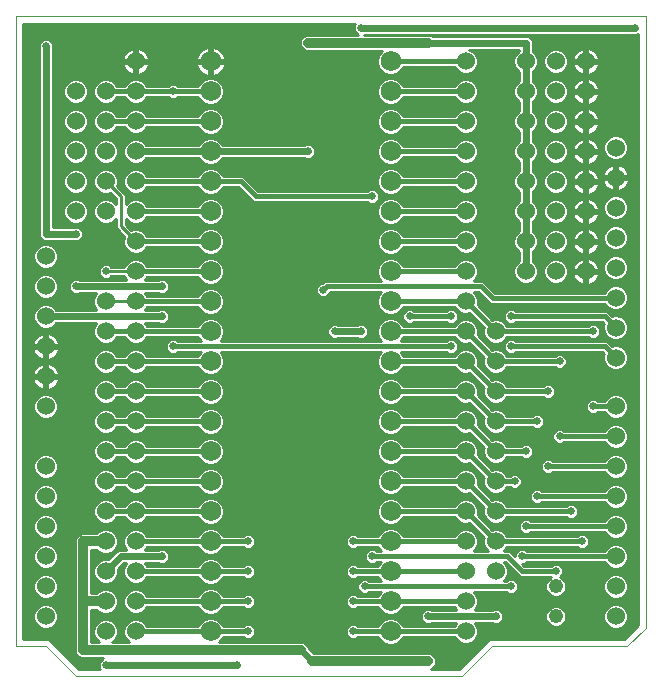
<source format=gtl>
G75*
%MOIN*%
%OFA0B0*%
%FSLAX24Y24*%
%IPPOS*%
%LPD*%
%AMOC8*
5,1,8,0,0,1.08239X$1,22.5*
%
%ADD10C,0.0000*%
%ADD11C,0.0690*%
%ADD12C,0.0600*%
%ADD13C,0.0480*%
%ADD14C,0.0100*%
%ADD15C,0.0250*%
%ADD16C,0.0160*%
%ADD17C,0.0240*%
%ADD18C,0.0320*%
D10*
X000175Y002125D02*
X000175Y023125D01*
X021175Y023125D01*
X021175Y002750D01*
X020550Y002125D01*
X016050Y002125D01*
X015050Y001125D01*
X002175Y001125D01*
X001175Y002125D01*
X000175Y002125D01*
D11*
X006675Y002625D03*
X006675Y003625D03*
X006675Y004625D03*
X006675Y005625D03*
X006675Y006625D03*
X006675Y007625D03*
X006675Y008625D03*
X006675Y009625D03*
X006675Y010625D03*
X006675Y011625D03*
X006675Y012625D03*
X006675Y013625D03*
X006675Y014625D03*
X006675Y015625D03*
X006675Y016625D03*
X006675Y017625D03*
X006675Y018625D03*
X006675Y019625D03*
X006675Y020625D03*
X006675Y021625D03*
X012675Y021625D03*
X012675Y020625D03*
X012675Y019625D03*
X012675Y018625D03*
X012675Y017625D03*
X012675Y016625D03*
X012675Y015625D03*
X012675Y014625D03*
X012675Y013625D03*
X012675Y012625D03*
X012675Y011625D03*
X012675Y010625D03*
X012675Y009625D03*
X012675Y008625D03*
X012675Y007625D03*
X012675Y006625D03*
X012675Y005625D03*
X012675Y004625D03*
X012675Y003625D03*
X012675Y002625D03*
D12*
X015175Y002625D03*
X015175Y003625D03*
X015175Y004625D03*
X015175Y005625D03*
X015175Y006625D03*
X015175Y007625D03*
X015175Y008625D03*
X015175Y009625D03*
X015175Y010625D03*
X015175Y011625D03*
X015175Y012625D03*
X015175Y013625D03*
X015175Y014625D03*
X015175Y015625D03*
X015175Y016625D03*
X015175Y017625D03*
X015175Y018625D03*
X015175Y019625D03*
X015175Y020625D03*
X015175Y021625D03*
X017175Y021625D03*
X017175Y020625D03*
X017175Y019625D03*
X017175Y018625D03*
X017175Y017625D03*
X017175Y016625D03*
X017175Y015625D03*
X017175Y014625D03*
X018175Y014625D03*
X018175Y015625D03*
X018175Y016625D03*
X018175Y017625D03*
X018175Y018625D03*
X018175Y019625D03*
X018175Y020625D03*
X018175Y021625D03*
X019175Y021625D03*
X019175Y020625D03*
X019175Y019625D03*
X019175Y018625D03*
X019175Y017625D03*
X019175Y016625D03*
X019175Y015625D03*
X019175Y014625D03*
X020175Y014750D03*
X020175Y015750D03*
X020175Y016750D03*
X020175Y017750D03*
X020175Y018750D03*
X020175Y013750D03*
X020175Y012750D03*
X020175Y011750D03*
X020175Y010125D03*
X020175Y009125D03*
X020175Y008125D03*
X020175Y007125D03*
X020175Y006125D03*
X020175Y005125D03*
X020175Y004125D03*
X020175Y003125D03*
X016175Y004625D03*
X016175Y005625D03*
X016175Y006625D03*
X016175Y007625D03*
X016175Y008625D03*
X016175Y009625D03*
X016175Y010625D03*
X016175Y011625D03*
X016175Y012625D03*
X004175Y012625D03*
X004175Y011625D03*
X004175Y010625D03*
X004175Y009625D03*
X004175Y008625D03*
X004175Y007625D03*
X004175Y006625D03*
X004175Y005625D03*
X004175Y004625D03*
X004175Y003625D03*
X004175Y002625D03*
X003175Y002625D03*
X003175Y003625D03*
X003175Y004625D03*
X003175Y005625D03*
X003175Y006625D03*
X003175Y007625D03*
X003175Y008625D03*
X003175Y009625D03*
X003175Y010625D03*
X003175Y011625D03*
X003175Y012625D03*
X003175Y013625D03*
X004175Y013625D03*
X004175Y014625D03*
X004175Y015625D03*
X004175Y016625D03*
X004175Y017625D03*
X004175Y018625D03*
X004175Y019625D03*
X004175Y020625D03*
X004175Y021625D03*
X003175Y020625D03*
X003175Y019625D03*
X003175Y018625D03*
X003175Y017625D03*
X003175Y016625D03*
X002175Y016625D03*
X002175Y017625D03*
X002175Y018625D03*
X002175Y019625D03*
X002175Y020625D03*
X001175Y015125D03*
X001175Y014125D03*
X001175Y013125D03*
X001175Y012125D03*
X001175Y011125D03*
X001175Y010125D03*
X001175Y008125D03*
X001175Y007125D03*
X001175Y006125D03*
X001175Y005125D03*
X001175Y004125D03*
X001175Y003125D03*
D13*
X018175Y003125D03*
X018175Y004125D03*
D14*
X018501Y003997D02*
X019784Y003997D01*
X019765Y004043D02*
X019827Y003893D01*
X019943Y003777D01*
X020093Y003715D01*
X020257Y003715D01*
X020407Y003777D01*
X020523Y003893D01*
X020585Y004043D01*
X020585Y004207D01*
X020523Y004357D01*
X020407Y004473D01*
X020257Y004535D01*
X020093Y004535D01*
X019943Y004473D01*
X019827Y004357D01*
X019765Y004207D01*
X019765Y004043D01*
X019765Y004095D02*
X018525Y004095D01*
X018525Y004055D02*
X018472Y003927D01*
X018373Y003828D01*
X018245Y003775D01*
X018105Y003775D01*
X017977Y003828D01*
X017878Y003927D01*
X017825Y004055D01*
X017825Y004195D01*
X017878Y004323D01*
X017977Y004422D01*
X018009Y004435D01*
X016971Y004435D01*
X016471Y004935D01*
X016445Y004935D01*
X016523Y004857D01*
X016585Y004707D01*
X016585Y004543D01*
X016523Y004393D01*
X016445Y004315D01*
X016533Y004315D01*
X016578Y004360D01*
X016772Y004360D01*
X016910Y004222D01*
X016910Y004028D01*
X016772Y003890D01*
X016578Y003890D01*
X016533Y003935D01*
X015445Y003935D01*
X015523Y003857D01*
X015585Y003707D01*
X015585Y003543D01*
X015523Y003393D01*
X015485Y003355D01*
X016073Y003355D01*
X016078Y003360D01*
X016272Y003360D01*
X016410Y003222D01*
X016410Y003028D01*
X016272Y002890D01*
X016078Y002890D01*
X016073Y002895D01*
X015485Y002895D01*
X015523Y002857D01*
X015585Y002707D01*
X015585Y002543D01*
X015523Y002393D01*
X015407Y002277D01*
X015257Y002215D01*
X015093Y002215D01*
X014943Y002277D01*
X014827Y002393D01*
X014810Y002435D01*
X013089Y002435D01*
X013061Y002367D01*
X012933Y002239D01*
X012766Y002170D01*
X012584Y002170D01*
X012417Y002239D01*
X012289Y002367D01*
X012261Y002435D01*
X011567Y002435D01*
X011522Y002390D01*
X011328Y002390D01*
X011190Y002528D01*
X011190Y002722D01*
X011328Y002860D01*
X011522Y002860D01*
X011567Y002815D01*
X012261Y002815D01*
X012289Y002883D01*
X012417Y003011D01*
X012584Y003080D01*
X012766Y003080D01*
X012933Y003011D01*
X013061Y002883D01*
X013089Y002815D01*
X014810Y002815D01*
X014827Y002857D01*
X014865Y002895D01*
X014027Y002895D01*
X014022Y002890D01*
X013828Y002890D01*
X013690Y003028D01*
X013690Y003222D01*
X013828Y003360D01*
X014022Y003360D01*
X014027Y003355D01*
X014865Y003355D01*
X014827Y003393D01*
X014810Y003435D01*
X013089Y003435D01*
X013061Y003367D01*
X012933Y003239D01*
X012766Y003170D01*
X012584Y003170D01*
X012417Y003239D01*
X012289Y003367D01*
X012261Y003435D01*
X011567Y003435D01*
X011522Y003390D01*
X011328Y003390D01*
X011190Y003528D01*
X011190Y003722D01*
X011328Y003860D01*
X011522Y003860D01*
X011567Y003815D01*
X012261Y003815D01*
X012289Y003883D01*
X012342Y003935D01*
X011942Y003935D01*
X011897Y003890D01*
X011703Y003890D01*
X011565Y004028D01*
X011565Y004222D01*
X011703Y004360D01*
X011897Y004360D01*
X011942Y004315D01*
X012342Y004315D01*
X012289Y004367D01*
X012261Y004435D01*
X011567Y004435D01*
X011522Y004390D01*
X011328Y004390D01*
X011190Y004528D01*
X011190Y004722D01*
X011328Y004860D01*
X011522Y004860D01*
X011567Y004815D01*
X012261Y004815D01*
X012289Y004883D01*
X012342Y004935D01*
X012192Y004935D01*
X012147Y004890D01*
X011953Y004890D01*
X011815Y005028D01*
X011815Y005222D01*
X011953Y005360D01*
X012147Y005360D01*
X012192Y005315D01*
X012342Y005315D01*
X012289Y005367D01*
X012261Y005435D01*
X011567Y005435D01*
X011522Y005390D01*
X011328Y005390D01*
X011190Y005528D01*
X011190Y005722D01*
X011328Y005860D01*
X011522Y005860D01*
X011567Y005815D01*
X012261Y005815D01*
X012289Y005883D01*
X012417Y006011D01*
X012584Y006080D01*
X012766Y006080D01*
X012933Y006011D01*
X013061Y005883D01*
X013089Y005815D01*
X014810Y005815D01*
X014827Y005857D01*
X014943Y005973D01*
X015093Y006035D01*
X015257Y006035D01*
X015407Y005973D01*
X015523Y005857D01*
X015585Y005707D01*
X015585Y005543D01*
X015523Y005393D01*
X015445Y005315D01*
X015905Y005315D01*
X015827Y005393D01*
X015765Y005543D01*
X015765Y005707D01*
X015783Y005749D01*
X015299Y006233D01*
X015257Y006215D01*
X015093Y006215D01*
X014943Y006277D01*
X014827Y006393D01*
X014810Y006435D01*
X013089Y006435D01*
X013061Y006367D01*
X012933Y006239D01*
X012766Y006170D01*
X012584Y006170D01*
X012417Y006239D01*
X012289Y006367D01*
X012220Y006534D01*
X012220Y006716D01*
X012289Y006883D01*
X012417Y007011D01*
X012584Y007080D01*
X012766Y007080D01*
X012933Y007011D01*
X013061Y006883D01*
X013089Y006815D01*
X014810Y006815D01*
X014827Y006857D01*
X014943Y006973D01*
X015093Y007035D01*
X015257Y007035D01*
X015407Y006973D01*
X015523Y006857D01*
X015585Y006707D01*
X015585Y006543D01*
X015567Y006501D01*
X016051Y006017D01*
X016093Y006035D01*
X016257Y006035D01*
X016407Y005973D01*
X016523Y005857D01*
X016540Y005815D01*
X018908Y005815D01*
X018953Y005860D01*
X019147Y005860D01*
X019285Y005722D01*
X019285Y005528D01*
X019147Y005390D01*
X018953Y005390D01*
X018908Y005435D01*
X016540Y005435D01*
X016523Y005393D01*
X016445Y005315D01*
X016629Y005315D01*
X016740Y005204D01*
X016815Y005129D01*
X016815Y005222D01*
X016953Y005360D01*
X017147Y005360D01*
X017192Y005315D01*
X019810Y005315D01*
X019827Y005357D01*
X019943Y005473D01*
X020093Y005535D01*
X020257Y005535D01*
X020407Y005473D01*
X020523Y005357D01*
X020585Y005207D01*
X020585Y005043D01*
X020523Y004893D01*
X020407Y004777D01*
X020257Y004715D01*
X020093Y004715D01*
X019943Y004777D01*
X019827Y004893D01*
X019810Y004935D01*
X017192Y004935D01*
X017147Y004890D01*
X017054Y004890D01*
X017129Y004815D01*
X018033Y004815D01*
X018078Y004860D01*
X018272Y004860D01*
X018410Y004722D01*
X018410Y004528D01*
X018324Y004442D01*
X018373Y004422D01*
X018472Y004323D01*
X018525Y004195D01*
X018525Y004055D01*
X018525Y004194D02*
X019765Y004194D01*
X019800Y004292D02*
X018485Y004292D01*
X018404Y004391D02*
X019861Y004391D01*
X019982Y004489D02*
X018371Y004489D01*
X018410Y004588D02*
X020925Y004588D01*
X020925Y004686D02*
X018410Y004686D01*
X018348Y004785D02*
X019936Y004785D01*
X019837Y004883D02*
X017061Y004883D01*
X016819Y004588D02*
X016585Y004588D01*
X016585Y004686D02*
X016720Y004686D01*
X016622Y004785D02*
X016553Y004785D01*
X016523Y004883D02*
X016497Y004883D01*
X016765Y005179D02*
X016815Y005179D01*
X016870Y005277D02*
X016667Y005277D01*
X016505Y005376D02*
X019846Y005376D01*
X019946Y005474D02*
X019231Y005474D01*
X019285Y005573D02*
X020925Y005573D01*
X020925Y005671D02*
X019285Y005671D01*
X019238Y005770D02*
X019962Y005770D01*
X019943Y005777D02*
X020093Y005715D01*
X020257Y005715D01*
X020407Y005777D01*
X020523Y005893D01*
X020585Y006043D01*
X020585Y006207D01*
X020523Y006357D01*
X020407Y006473D01*
X020257Y006535D01*
X020093Y006535D01*
X019943Y006473D01*
X019827Y006357D01*
X019810Y006315D01*
X017317Y006315D01*
X017272Y006360D01*
X017078Y006360D01*
X016940Y006222D01*
X016940Y006028D01*
X017078Y005890D01*
X017272Y005890D01*
X017317Y005935D01*
X019810Y005935D01*
X019827Y005893D01*
X019943Y005777D01*
X019852Y005868D02*
X016512Y005868D01*
X016413Y005967D02*
X017001Y005967D01*
X016940Y006065D02*
X016004Y006065D01*
X015905Y006164D02*
X016940Y006164D01*
X016980Y006262D02*
X016370Y006262D01*
X016407Y006277D02*
X016523Y006393D01*
X016540Y006435D01*
X018533Y006435D01*
X018578Y006390D01*
X018772Y006390D01*
X018910Y006528D01*
X018910Y006722D01*
X018772Y006860D01*
X018578Y006860D01*
X018533Y006815D01*
X016540Y006815D01*
X016523Y006857D01*
X016407Y006973D01*
X016257Y007035D01*
X016093Y007035D01*
X016051Y007017D01*
X015567Y007501D01*
X015585Y007543D01*
X015585Y007707D01*
X015523Y007857D01*
X015407Y007973D01*
X015257Y008035D01*
X015093Y008035D01*
X014943Y007973D01*
X014827Y007857D01*
X014810Y007815D01*
X013089Y007815D01*
X013061Y007883D01*
X012933Y008011D01*
X012766Y008080D01*
X012584Y008080D01*
X012417Y008011D01*
X012289Y007883D01*
X012220Y007716D01*
X012220Y007534D01*
X012289Y007367D01*
X012417Y007239D01*
X012584Y007170D01*
X012766Y007170D01*
X012933Y007239D01*
X013061Y007367D01*
X013089Y007435D01*
X014810Y007435D01*
X014827Y007393D01*
X014943Y007277D01*
X015093Y007215D01*
X015257Y007215D01*
X015299Y007233D01*
X015783Y006749D01*
X015765Y006707D01*
X015765Y006543D01*
X015827Y006393D01*
X015943Y006277D01*
X016093Y006215D01*
X016257Y006215D01*
X016407Y006277D01*
X016490Y006361D02*
X019831Y006361D01*
X019929Y006459D02*
X018841Y006459D01*
X018910Y006558D02*
X020925Y006558D01*
X020925Y006656D02*
X018910Y006656D01*
X018878Y006755D02*
X019998Y006755D01*
X019943Y006777D02*
X019827Y006893D01*
X019810Y006935D01*
X017692Y006935D01*
X017647Y006890D01*
X017453Y006890D01*
X017315Y007028D01*
X017315Y007222D01*
X017453Y007360D01*
X017647Y007360D01*
X017692Y007315D01*
X019810Y007315D01*
X019827Y007357D01*
X019943Y007473D01*
X020093Y007535D01*
X020257Y007535D01*
X020407Y007473D01*
X020523Y007357D01*
X020585Y007207D01*
X020585Y007043D01*
X020523Y006893D01*
X020407Y006777D01*
X020257Y006715D01*
X020093Y006715D01*
X019943Y006777D01*
X019867Y006853D02*
X018779Y006853D01*
X018571Y006853D02*
X016524Y006853D01*
X016428Y006952D02*
X017391Y006952D01*
X017315Y007050D02*
X016019Y007050D01*
X015920Y007149D02*
X017315Y007149D01*
X017340Y007247D02*
X016334Y007247D01*
X016407Y007277D02*
X016523Y007393D01*
X016540Y007435D01*
X016658Y007435D01*
X016703Y007390D01*
X016897Y007390D01*
X017035Y007528D01*
X017035Y007722D01*
X016897Y007860D01*
X016703Y007860D01*
X016658Y007815D01*
X016540Y007815D01*
X016523Y007857D01*
X016407Y007973D01*
X016257Y008035D01*
X016093Y008035D01*
X016051Y008017D01*
X015567Y008501D01*
X015585Y008543D01*
X015585Y008707D01*
X015523Y008857D01*
X015407Y008973D01*
X015257Y009035D01*
X015093Y009035D01*
X014943Y008973D01*
X014827Y008857D01*
X014810Y008815D01*
X013089Y008815D01*
X013061Y008883D01*
X012933Y009011D01*
X012766Y009080D01*
X012584Y009080D01*
X012417Y009011D01*
X012289Y008883D01*
X012220Y008716D01*
X012220Y008534D01*
X012289Y008367D01*
X012417Y008239D01*
X012584Y008170D01*
X012766Y008170D01*
X012933Y008239D01*
X013061Y008367D01*
X013089Y008435D01*
X014810Y008435D01*
X014827Y008393D01*
X014943Y008277D01*
X015093Y008215D01*
X015257Y008215D01*
X015299Y008233D01*
X015783Y007749D01*
X015765Y007707D01*
X015765Y007543D01*
X015827Y007393D01*
X015943Y007277D01*
X016093Y007215D01*
X016257Y007215D01*
X016407Y007277D01*
X016475Y007346D02*
X017438Y007346D01*
X017662Y007346D02*
X019823Y007346D01*
X019914Y007444D02*
X016951Y007444D01*
X017035Y007543D02*
X020925Y007543D01*
X020925Y007641D02*
X017035Y007641D01*
X017018Y007740D02*
X020034Y007740D01*
X020093Y007715D02*
X019943Y007777D01*
X019827Y007893D01*
X019810Y007935D01*
X018067Y007935D01*
X018022Y007890D01*
X017828Y007890D01*
X017690Y008028D01*
X017690Y008222D01*
X017828Y008360D01*
X018022Y008360D01*
X018067Y008315D01*
X019810Y008315D01*
X019827Y008357D01*
X019943Y008473D01*
X020093Y008535D01*
X020257Y008535D01*
X020407Y008473D01*
X020523Y008357D01*
X020585Y008207D01*
X020585Y008043D01*
X020523Y007893D01*
X020407Y007777D01*
X020257Y007715D01*
X020093Y007715D01*
X020316Y007740D02*
X020925Y007740D01*
X020925Y007838D02*
X020468Y007838D01*
X020541Y007937D02*
X020925Y007937D01*
X020925Y008035D02*
X020582Y008035D01*
X020585Y008134D02*
X020925Y008134D01*
X020925Y008232D02*
X020574Y008232D01*
X020534Y008331D02*
X020925Y008331D01*
X020925Y008429D02*
X020451Y008429D01*
X020275Y008528D02*
X020925Y008528D01*
X020925Y008626D02*
X017410Y008626D01*
X017410Y008722D02*
X017272Y008860D01*
X017078Y008860D01*
X017033Y008815D01*
X016540Y008815D01*
X016523Y008857D01*
X016407Y008973D01*
X016257Y009035D01*
X016093Y009035D01*
X016051Y009017D01*
X015567Y009501D01*
X015585Y009543D01*
X015585Y009707D01*
X015523Y009857D01*
X015407Y009973D01*
X015257Y010035D01*
X015093Y010035D01*
X014943Y009973D01*
X014827Y009857D01*
X014810Y009815D01*
X013089Y009815D01*
X013061Y009883D01*
X012933Y010011D01*
X012766Y010080D01*
X012584Y010080D01*
X012417Y010011D01*
X012289Y009883D01*
X012220Y009716D01*
X012220Y009534D01*
X012289Y009367D01*
X012417Y009239D01*
X012584Y009170D01*
X012766Y009170D01*
X012933Y009239D01*
X013061Y009367D01*
X013089Y009435D01*
X014810Y009435D01*
X014827Y009393D01*
X014943Y009277D01*
X015093Y009215D01*
X015257Y009215D01*
X015299Y009233D01*
X015783Y008749D01*
X015765Y008707D01*
X015765Y008543D01*
X015827Y008393D01*
X015943Y008277D01*
X016093Y008215D01*
X016257Y008215D01*
X016407Y008277D01*
X016523Y008393D01*
X016540Y008435D01*
X017033Y008435D01*
X017078Y008390D01*
X017272Y008390D01*
X017410Y008528D01*
X017410Y008722D01*
X017408Y008725D02*
X020070Y008725D01*
X020093Y008715D02*
X020257Y008715D01*
X020407Y008777D01*
X020523Y008893D01*
X020585Y009043D01*
X020585Y009207D01*
X020523Y009357D01*
X020407Y009473D01*
X020257Y009535D01*
X020093Y009535D01*
X019943Y009473D01*
X019827Y009357D01*
X019810Y009315D01*
X018442Y009315D01*
X018397Y009360D01*
X018203Y009360D01*
X018065Y009222D01*
X018065Y009028D01*
X018203Y008890D01*
X018397Y008890D01*
X018442Y008935D01*
X019810Y008935D01*
X019827Y008893D01*
X019943Y008777D01*
X020093Y008715D01*
X020280Y008725D02*
X020925Y008725D01*
X020925Y008823D02*
X020453Y008823D01*
X020534Y008922D02*
X020925Y008922D01*
X020925Y009020D02*
X020575Y009020D01*
X020585Y009119D02*
X020925Y009119D01*
X020925Y009217D02*
X020581Y009217D01*
X020540Y009316D02*
X020925Y009316D01*
X020925Y009414D02*
X020466Y009414D01*
X020311Y009513D02*
X020925Y009513D01*
X020925Y009611D02*
X017785Y009611D01*
X017785Y009528D02*
X017785Y009722D01*
X017647Y009860D01*
X017453Y009860D01*
X017408Y009815D01*
X016540Y009815D01*
X016523Y009857D01*
X016407Y009973D01*
X016257Y010035D01*
X016093Y010035D01*
X016051Y010017D01*
X015567Y010501D01*
X015585Y010543D01*
X015585Y010707D01*
X015523Y010857D01*
X015407Y010973D01*
X015257Y011035D01*
X015093Y011035D01*
X014943Y010973D01*
X014827Y010857D01*
X014810Y010815D01*
X013089Y010815D01*
X013061Y010883D01*
X012933Y011011D01*
X012766Y011080D01*
X012584Y011080D01*
X012417Y011011D01*
X012289Y010883D01*
X012220Y010716D01*
X012220Y010534D01*
X012289Y010367D01*
X012417Y010239D01*
X012584Y010170D01*
X012766Y010170D01*
X012933Y010239D01*
X013061Y010367D01*
X013089Y010435D01*
X014810Y010435D01*
X014827Y010393D01*
X014943Y010277D01*
X015093Y010215D01*
X015257Y010215D01*
X015299Y010233D01*
X015783Y009749D01*
X015765Y009707D01*
X015765Y009543D01*
X015827Y009393D01*
X015943Y009277D01*
X016093Y009215D01*
X016257Y009215D01*
X016407Y009277D01*
X016523Y009393D01*
X016540Y009435D01*
X017408Y009435D01*
X017453Y009390D01*
X017647Y009390D01*
X017785Y009528D01*
X017770Y009513D02*
X020039Y009513D01*
X019884Y009414D02*
X017671Y009414D01*
X017429Y009414D02*
X016531Y009414D01*
X016445Y009316D02*
X018158Y009316D01*
X018065Y009217D02*
X016261Y009217D01*
X016089Y009217D02*
X015852Y009217D01*
X015905Y009316D02*
X015753Y009316D01*
X015819Y009414D02*
X015655Y009414D01*
X015572Y009513D02*
X015778Y009513D01*
X015765Y009611D02*
X015585Y009611D01*
X015584Y009710D02*
X015766Y009710D01*
X015723Y009808D02*
X015543Y009808D01*
X015473Y009907D02*
X015625Y009907D01*
X015526Y010005D02*
X015329Y010005D01*
X015428Y010104D02*
X001585Y010104D01*
X001585Y010043D02*
X001523Y009893D01*
X001407Y009777D01*
X001257Y009715D01*
X001093Y009715D01*
X000943Y009777D01*
X000827Y009893D01*
X000765Y010043D01*
X000765Y010207D01*
X000827Y010357D01*
X000943Y010473D01*
X001093Y010535D01*
X001257Y010535D01*
X001407Y010473D01*
X001523Y010357D01*
X001585Y010207D01*
X001585Y010043D01*
X001569Y010005D02*
X003021Y010005D01*
X003093Y010035D02*
X002943Y009973D01*
X002827Y009857D01*
X002765Y009707D01*
X002765Y009543D01*
X002827Y009393D01*
X002943Y009277D01*
X003093Y009215D01*
X003257Y009215D01*
X003407Y009277D01*
X003523Y009393D01*
X003540Y009435D01*
X003810Y009435D01*
X003827Y009393D01*
X003943Y009277D01*
X004093Y009215D01*
X004257Y009215D01*
X004407Y009277D01*
X004523Y009393D01*
X004540Y009435D01*
X006261Y009435D01*
X006289Y009367D01*
X006417Y009239D01*
X006584Y009170D01*
X006766Y009170D01*
X006933Y009239D01*
X007061Y009367D01*
X007130Y009534D01*
X007130Y009716D01*
X007061Y009883D01*
X006933Y010011D01*
X006766Y010080D01*
X006584Y010080D01*
X006417Y010011D01*
X006289Y009883D01*
X006261Y009815D01*
X004540Y009815D01*
X004523Y009857D01*
X004407Y009973D01*
X004257Y010035D01*
X004093Y010035D01*
X003943Y009973D01*
X003827Y009857D01*
X003810Y009815D01*
X003540Y009815D01*
X003523Y009857D01*
X003407Y009973D01*
X003257Y010035D01*
X003093Y010035D01*
X003093Y010215D02*
X003257Y010215D01*
X003407Y010277D01*
X003523Y010393D01*
X003540Y010435D01*
X003810Y010435D01*
X003827Y010393D01*
X003943Y010277D01*
X004093Y010215D01*
X004257Y010215D01*
X004407Y010277D01*
X004523Y010393D01*
X004540Y010435D01*
X006261Y010435D01*
X006289Y010367D01*
X006417Y010239D01*
X006584Y010170D01*
X006766Y010170D01*
X006933Y010239D01*
X007061Y010367D01*
X007130Y010534D01*
X007130Y010716D01*
X007061Y010883D01*
X006933Y011011D01*
X006766Y011080D01*
X006584Y011080D01*
X006417Y011011D01*
X006289Y010883D01*
X006261Y010815D01*
X004540Y010815D01*
X004523Y010857D01*
X004407Y010973D01*
X004257Y011035D01*
X004093Y011035D01*
X003943Y010973D01*
X003827Y010857D01*
X003810Y010815D01*
X003540Y010815D01*
X003523Y010857D01*
X003407Y010973D01*
X003257Y011035D01*
X003093Y011035D01*
X002943Y010973D01*
X002827Y010857D01*
X002765Y010707D01*
X002765Y010543D01*
X002827Y010393D01*
X002943Y010277D01*
X003093Y010215D01*
X002920Y010301D02*
X001546Y010301D01*
X001585Y010202D02*
X006507Y010202D01*
X006356Y010301D02*
X004430Y010301D01*
X004525Y010399D02*
X006276Y010399D01*
X006412Y010005D02*
X004329Y010005D01*
X004473Y009907D02*
X006313Y009907D01*
X006270Y009414D02*
X004531Y009414D01*
X004445Y009316D02*
X006341Y009316D01*
X006471Y009217D02*
X004261Y009217D01*
X004089Y009217D02*
X003261Y009217D01*
X003089Y009217D02*
X000425Y009217D01*
X000425Y009119D02*
X015413Y009119D01*
X015314Y009217D02*
X015261Y009217D01*
X015089Y009217D02*
X012879Y009217D01*
X013009Y009316D02*
X014905Y009316D01*
X014819Y009414D02*
X013080Y009414D01*
X013037Y009907D02*
X014877Y009907D01*
X015021Y010005D02*
X012938Y010005D01*
X012843Y010202D02*
X015329Y010202D01*
X015571Y010498D02*
X015784Y010498D01*
X015765Y010543D02*
X015827Y010393D01*
X015943Y010277D01*
X016093Y010215D01*
X016257Y010215D01*
X016407Y010277D01*
X016523Y010393D01*
X016540Y010435D01*
X017783Y010435D01*
X017828Y010390D01*
X018022Y010390D01*
X018160Y010528D01*
X018160Y010722D01*
X018022Y010860D01*
X017828Y010860D01*
X017783Y010815D01*
X016540Y010815D01*
X016523Y010857D01*
X016407Y010973D01*
X016257Y011035D01*
X016093Y011035D01*
X016051Y011017D01*
X015567Y011501D01*
X015585Y011543D01*
X015585Y011707D01*
X015523Y011857D01*
X015407Y011973D01*
X015257Y012035D01*
X015093Y012035D01*
X014943Y011973D01*
X014827Y011857D01*
X014810Y011815D01*
X013089Y011815D01*
X013061Y011883D01*
X013008Y011935D01*
X014533Y011935D01*
X014578Y011890D01*
X014772Y011890D01*
X014910Y012028D01*
X014910Y012222D01*
X014772Y012360D01*
X014578Y012360D01*
X014533Y012315D01*
X013008Y012315D01*
X013061Y012367D01*
X013089Y012435D01*
X014810Y012435D01*
X014827Y012393D01*
X014943Y012277D01*
X015093Y012215D01*
X015257Y012215D01*
X015299Y012233D01*
X015783Y011749D01*
X015765Y011707D01*
X015765Y011543D01*
X015827Y011393D01*
X015943Y011277D01*
X016093Y011215D01*
X016257Y011215D01*
X016407Y011277D01*
X016523Y011393D01*
X016540Y011435D01*
X018158Y011435D01*
X018203Y011390D01*
X018397Y011390D01*
X018535Y011528D01*
X018535Y011722D01*
X018397Y011860D01*
X018203Y011860D01*
X018158Y011815D01*
X016540Y011815D01*
X016523Y011857D01*
X016407Y011973D01*
X016257Y012035D01*
X016093Y012035D01*
X016051Y012017D01*
X015567Y012501D01*
X015585Y012543D01*
X015585Y012707D01*
X015523Y012857D01*
X015407Y012973D01*
X015257Y013035D01*
X015093Y013035D01*
X014943Y012973D01*
X014827Y012857D01*
X014810Y012815D01*
X013089Y012815D01*
X013061Y012883D01*
X012933Y013011D01*
X012766Y013080D01*
X012584Y013080D01*
X012417Y013011D01*
X012289Y012883D01*
X012220Y012716D01*
X012220Y012534D01*
X012289Y012367D01*
X012342Y012315D01*
X007008Y012315D01*
X007061Y012367D01*
X007130Y012534D01*
X007130Y012716D01*
X007061Y012883D01*
X006933Y013011D01*
X006766Y013080D01*
X006584Y013080D01*
X006417Y013011D01*
X006289Y012883D01*
X006261Y012815D01*
X004540Y012815D01*
X004523Y012857D01*
X004485Y012895D01*
X004948Y012895D01*
X004953Y012890D01*
X005147Y012890D01*
X005285Y013028D01*
X005285Y013222D01*
X005147Y013360D01*
X004953Y013360D01*
X004948Y013355D01*
X004485Y013355D01*
X004523Y013393D01*
X004540Y013435D01*
X006261Y013435D01*
X006289Y013367D01*
X006417Y013239D01*
X006584Y013170D01*
X006766Y013170D01*
X006933Y013239D01*
X007061Y013367D01*
X007130Y013534D01*
X007130Y013716D01*
X007061Y013883D01*
X006933Y014011D01*
X006766Y014080D01*
X006584Y014080D01*
X006417Y014011D01*
X006289Y013883D01*
X006261Y013815D01*
X004540Y013815D01*
X004523Y013857D01*
X004485Y013895D01*
X004948Y013895D01*
X004953Y013890D01*
X005147Y013890D01*
X005285Y014028D01*
X005285Y014222D01*
X005147Y014360D01*
X004953Y014360D01*
X004948Y014355D01*
X004485Y014355D01*
X004523Y014393D01*
X004540Y014435D01*
X006261Y014435D01*
X006289Y014367D01*
X006417Y014239D01*
X006584Y014170D01*
X006766Y014170D01*
X006933Y014239D01*
X007061Y014367D01*
X007130Y014534D01*
X007130Y014716D01*
X007061Y014883D01*
X006933Y015011D01*
X006766Y015080D01*
X006584Y015080D01*
X006417Y015011D01*
X006289Y014883D01*
X006261Y014815D01*
X004540Y014815D01*
X004523Y014857D01*
X004407Y014973D01*
X004257Y015035D01*
X004093Y015035D01*
X003943Y014973D01*
X003827Y014857D01*
X003797Y014785D01*
X003347Y014785D01*
X003272Y014860D01*
X003078Y014860D01*
X002940Y014722D01*
X002940Y014528D01*
X003078Y014390D01*
X003272Y014390D01*
X003347Y014465D01*
X003797Y014465D01*
X003827Y014393D01*
X003865Y014355D01*
X002277Y014355D01*
X002272Y014360D01*
X002078Y014360D01*
X001940Y014222D01*
X001940Y014028D01*
X002078Y013890D01*
X002272Y013890D01*
X002277Y013895D01*
X002865Y013895D01*
X002827Y013857D01*
X002765Y013707D01*
X002765Y013543D01*
X002827Y013393D01*
X002865Y013355D01*
X001524Y013355D01*
X001523Y013357D01*
X001407Y013473D01*
X001257Y013535D01*
X001093Y013535D01*
X000943Y013473D01*
X000827Y013357D01*
X000765Y013207D01*
X000765Y013043D01*
X000827Y012893D01*
X000943Y012777D01*
X001093Y012715D01*
X001257Y012715D01*
X001407Y012777D01*
X001523Y012893D01*
X001524Y012895D01*
X002865Y012895D01*
X002827Y012857D01*
X002765Y012707D01*
X002765Y012543D01*
X002827Y012393D01*
X002943Y012277D01*
X003093Y012215D01*
X003257Y012215D01*
X003407Y012277D01*
X003523Y012393D01*
X003540Y012435D01*
X003810Y012435D01*
X003827Y012393D01*
X003943Y012277D01*
X004093Y012215D01*
X004257Y012215D01*
X004407Y012277D01*
X004523Y012393D01*
X004540Y012435D01*
X006261Y012435D01*
X006289Y012367D01*
X006342Y012315D01*
X005567Y012315D01*
X005522Y012360D01*
X005328Y012360D01*
X005190Y012222D01*
X005190Y012028D01*
X005328Y011890D01*
X005522Y011890D01*
X005567Y011935D01*
X006342Y011935D01*
X006289Y011883D01*
X006261Y011815D01*
X004540Y011815D01*
X004523Y011857D01*
X004407Y011973D01*
X004257Y012035D01*
X004093Y012035D01*
X003943Y011973D01*
X003827Y011857D01*
X003810Y011815D01*
X003540Y011815D01*
X003523Y011857D01*
X003407Y011973D01*
X003257Y012035D01*
X003093Y012035D01*
X002943Y011973D01*
X002827Y011857D01*
X002765Y011707D01*
X002765Y011543D01*
X002827Y011393D01*
X002943Y011277D01*
X003093Y011215D01*
X003257Y011215D01*
X003407Y011277D01*
X003523Y011393D01*
X003540Y011435D01*
X003810Y011435D01*
X003827Y011393D01*
X003943Y011277D01*
X004093Y011215D01*
X004257Y011215D01*
X004407Y011277D01*
X004523Y011393D01*
X004540Y011435D01*
X006261Y011435D01*
X006289Y011367D01*
X006417Y011239D01*
X006584Y011170D01*
X006766Y011170D01*
X006933Y011239D01*
X007061Y011367D01*
X007130Y011534D01*
X007130Y011716D01*
X007061Y011883D01*
X007008Y011935D01*
X012342Y011935D01*
X012289Y011883D01*
X012220Y011716D01*
X012220Y011534D01*
X012289Y011367D01*
X012417Y011239D01*
X012584Y011170D01*
X012766Y011170D01*
X012933Y011239D01*
X013061Y011367D01*
X013089Y011435D01*
X014810Y011435D01*
X014827Y011393D01*
X014943Y011277D01*
X015093Y011215D01*
X015257Y011215D01*
X015299Y011233D01*
X015783Y010749D01*
X015765Y010707D01*
X015765Y010543D01*
X015765Y010596D02*
X015585Y010596D01*
X015585Y010695D02*
X015765Y010695D01*
X015738Y010793D02*
X015549Y010793D01*
X015488Y010892D02*
X015640Y010892D01*
X015541Y010990D02*
X015365Y010990D01*
X015443Y011089D02*
X001225Y011089D01*
X001225Y011075D02*
X001225Y011175D01*
X001623Y011175D01*
X001614Y011230D01*
X001592Y011298D01*
X001560Y011361D01*
X001518Y011418D01*
X001468Y011468D01*
X001411Y011510D01*
X001348Y011542D01*
X001280Y011564D01*
X001225Y011573D01*
X001225Y011175D01*
X001125Y011175D01*
X001125Y011573D01*
X001070Y011564D01*
X001002Y011542D01*
X000939Y011510D01*
X000882Y011468D01*
X000832Y011418D01*
X000790Y011361D01*
X000758Y011298D01*
X000736Y011230D01*
X000727Y011175D01*
X001125Y011175D01*
X001125Y011075D01*
X001225Y011075D01*
X001623Y011075D01*
X001614Y011020D01*
X001592Y010952D01*
X001560Y010889D01*
X001518Y010832D01*
X001468Y010782D01*
X001411Y010740D01*
X001348Y010708D01*
X001280Y010686D01*
X001225Y010677D01*
X001225Y011075D01*
X001225Y010990D02*
X001125Y010990D01*
X001125Y011075D02*
X001125Y010677D01*
X001070Y010686D01*
X001002Y010708D01*
X000939Y010740D01*
X000882Y010782D01*
X000832Y010832D01*
X000790Y010889D01*
X000758Y010952D01*
X000736Y011020D01*
X000727Y011075D01*
X001125Y011075D01*
X001125Y011089D02*
X000425Y011089D01*
X000425Y011187D02*
X000729Y011187D01*
X000754Y011286D02*
X000425Y011286D01*
X000425Y011384D02*
X000807Y011384D01*
X000902Y011483D02*
X000425Y011483D01*
X000425Y011581D02*
X002765Y011581D01*
X002765Y011680D02*
X001239Y011680D01*
X001225Y011680D02*
X001125Y011680D01*
X001125Y011677D02*
X001125Y012075D01*
X001225Y012075D01*
X001225Y012175D01*
X001623Y012175D01*
X001614Y012230D01*
X001592Y012298D01*
X001560Y012361D01*
X001518Y012418D01*
X001468Y012468D01*
X001411Y012510D01*
X001348Y012542D01*
X001280Y012564D01*
X001225Y012573D01*
X001225Y012175D01*
X001125Y012175D01*
X001125Y012573D01*
X001070Y012564D01*
X001002Y012542D01*
X000939Y012510D01*
X000882Y012468D01*
X000832Y012418D01*
X000790Y012361D01*
X000758Y012298D01*
X000736Y012230D01*
X000727Y012175D01*
X001125Y012175D01*
X001125Y012075D01*
X000727Y012075D01*
X000736Y012020D01*
X000758Y011952D01*
X000790Y011889D01*
X000832Y011832D01*
X000882Y011782D01*
X000939Y011740D01*
X001002Y011708D01*
X001070Y011686D01*
X001125Y011677D01*
X001111Y011680D02*
X000425Y011680D01*
X000425Y011778D02*
X000887Y011778D01*
X000799Y011877D02*
X000425Y011877D01*
X000425Y011975D02*
X000751Y011975D01*
X000728Y012074D02*
X000425Y012074D01*
X000425Y012172D02*
X001125Y012172D01*
X001125Y012074D02*
X001225Y012074D01*
X001225Y012075D02*
X001225Y011677D01*
X001280Y011686D01*
X001348Y011708D01*
X001411Y011740D01*
X001468Y011782D01*
X001518Y011832D01*
X001560Y011889D01*
X001592Y011952D01*
X001614Y012020D01*
X001623Y012075D01*
X001225Y012075D01*
X001225Y012172D02*
X005190Y012172D01*
X005190Y012074D02*
X001622Y012074D01*
X001599Y011975D02*
X002949Y011975D01*
X002847Y011877D02*
X001551Y011877D01*
X001463Y011778D02*
X002795Y011778D01*
X002790Y011483D02*
X001448Y011483D01*
X001543Y011384D02*
X002836Y011384D01*
X002935Y011286D02*
X001596Y011286D01*
X001621Y011187D02*
X006543Y011187D01*
X006371Y011286D02*
X004415Y011286D01*
X004514Y011384D02*
X006282Y011384D01*
X006397Y010990D02*
X004365Y010990D01*
X004488Y010892D02*
X006298Y010892D01*
X006807Y011187D02*
X012543Y011187D01*
X012371Y011286D02*
X006979Y011286D01*
X007068Y011384D02*
X012282Y011384D01*
X012242Y011483D02*
X007108Y011483D01*
X007130Y011581D02*
X012220Y011581D01*
X012220Y011680D02*
X007130Y011680D01*
X007104Y011778D02*
X012246Y011778D01*
X012287Y011877D02*
X007063Y011877D01*
X007061Y012369D02*
X012289Y012369D01*
X012248Y012468D02*
X011850Y012468D01*
X011910Y012528D02*
X011772Y012390D01*
X011578Y012390D01*
X011573Y012395D01*
X010902Y012395D01*
X010897Y012390D01*
X010703Y012390D01*
X010565Y012528D01*
X010565Y012722D01*
X010703Y012860D01*
X010897Y012860D01*
X010902Y012855D01*
X011573Y012855D01*
X011578Y012860D01*
X011772Y012860D01*
X011910Y012722D01*
X011910Y012528D01*
X011910Y012566D02*
X012220Y012566D01*
X012220Y012665D02*
X011910Y012665D01*
X011869Y012763D02*
X012240Y012763D01*
X012280Y012862D02*
X007070Y012862D01*
X007110Y012763D02*
X010606Y012763D01*
X010565Y012665D02*
X007130Y012665D01*
X007130Y012566D02*
X010565Y012566D01*
X010625Y012468D02*
X007102Y012468D01*
X006983Y012960D02*
X012367Y012960D01*
X012533Y013059D02*
X006817Y013059D01*
X006949Y013256D02*
X012401Y013256D01*
X012417Y013239D02*
X012584Y013170D01*
X012766Y013170D01*
X012933Y013239D01*
X013061Y013367D01*
X013089Y013435D01*
X014810Y013435D01*
X014827Y013393D01*
X014943Y013277D01*
X015093Y013215D01*
X015257Y013215D01*
X015299Y013233D01*
X015783Y012749D01*
X015765Y012707D01*
X015765Y012543D01*
X015827Y012393D01*
X015943Y012277D01*
X016093Y012215D01*
X016257Y012215D01*
X016407Y012277D01*
X016523Y012393D01*
X016540Y012435D01*
X019283Y012435D01*
X019328Y012390D01*
X019522Y012390D01*
X019660Y012528D01*
X019660Y012722D01*
X019522Y012860D01*
X019328Y012860D01*
X019283Y012815D01*
X016540Y012815D01*
X016523Y012857D01*
X016407Y012973D01*
X016257Y013035D01*
X016093Y013035D01*
X016051Y013017D01*
X015567Y013501D01*
X015585Y013543D01*
X015585Y013707D01*
X015523Y013857D01*
X015445Y013935D01*
X015596Y013935D01*
X015885Y013646D01*
X015996Y013535D01*
X019820Y013535D01*
X019827Y013518D01*
X019943Y013402D01*
X020093Y013340D01*
X020257Y013340D01*
X020407Y013402D01*
X020523Y013518D01*
X020585Y013668D01*
X020585Y013832D01*
X020523Y013982D01*
X020407Y014098D01*
X020257Y014160D01*
X020093Y014160D01*
X019943Y014098D01*
X019827Y013982D01*
X019800Y013915D01*
X016154Y013915D01*
X015865Y014204D01*
X015754Y014315D01*
X015445Y014315D01*
X015523Y014393D01*
X015585Y014543D01*
X015585Y014707D01*
X015523Y014857D01*
X015407Y014973D01*
X015257Y015035D01*
X015093Y015035D01*
X014943Y014973D01*
X014827Y014857D01*
X014810Y014815D01*
X013089Y014815D01*
X013061Y014883D01*
X012933Y015011D01*
X012766Y015080D01*
X012584Y015080D01*
X012417Y015011D01*
X012289Y014883D01*
X012220Y014716D01*
X012220Y014534D01*
X012289Y014367D01*
X012342Y014315D01*
X010471Y014315D01*
X010391Y014235D01*
X010328Y014235D01*
X010190Y014097D01*
X010190Y013903D01*
X010328Y013765D01*
X010522Y013765D01*
X010660Y013903D01*
X010660Y013935D01*
X012342Y013935D01*
X012289Y013883D01*
X012220Y013716D01*
X012220Y013534D01*
X012289Y013367D01*
X012417Y013239D01*
X012303Y013354D02*
X007047Y013354D01*
X007096Y013453D02*
X012254Y013453D01*
X012220Y013551D02*
X007130Y013551D01*
X007130Y013650D02*
X012220Y013650D01*
X012233Y013748D02*
X007117Y013748D01*
X007076Y013847D02*
X010246Y013847D01*
X010190Y013945D02*
X006998Y013945D01*
X006854Y014044D02*
X010190Y014044D01*
X010235Y014142D02*
X005285Y014142D01*
X005285Y014044D02*
X006496Y014044D01*
X006352Y013945D02*
X005202Y013945D01*
X005267Y014241D02*
X006416Y014241D01*
X006318Y014339D02*
X005168Y014339D01*
X004533Y014832D02*
X006268Y014832D01*
X006337Y014930D02*
X004450Y014930D01*
X004272Y015029D02*
X006460Y015029D01*
X006584Y015170D02*
X006766Y015170D01*
X006933Y015239D01*
X007061Y015367D01*
X007130Y015534D01*
X007130Y015716D01*
X007061Y015883D01*
X006933Y016011D01*
X006766Y016080D01*
X006584Y016080D01*
X006417Y016011D01*
X006289Y015883D01*
X006261Y015815D01*
X004540Y015815D01*
X004523Y015857D01*
X004407Y015973D01*
X004257Y016035D01*
X004093Y016035D01*
X004021Y016005D01*
X003835Y016191D01*
X003835Y016385D01*
X003943Y016277D01*
X004093Y016215D01*
X004257Y016215D01*
X004407Y016277D01*
X004523Y016393D01*
X004540Y016435D01*
X006261Y016435D01*
X006289Y016367D01*
X006417Y016239D01*
X006584Y016170D01*
X006766Y016170D01*
X006933Y016239D01*
X007061Y016367D01*
X007130Y016534D01*
X007130Y016716D01*
X007061Y016883D01*
X006933Y017011D01*
X006766Y017080D01*
X006584Y017080D01*
X006417Y017011D01*
X006289Y016883D01*
X006261Y016815D01*
X004540Y016815D01*
X004523Y016857D01*
X004407Y016973D01*
X004257Y017035D01*
X004093Y017035D01*
X003943Y016973D01*
X003835Y016865D01*
X003835Y017191D01*
X003741Y017285D01*
X003555Y017471D01*
X003585Y017543D01*
X003585Y017707D01*
X003523Y017857D01*
X003407Y017973D01*
X003257Y018035D01*
X003093Y018035D01*
X002943Y017973D01*
X002827Y017857D01*
X002765Y017707D01*
X002765Y017543D01*
X002827Y017393D01*
X002943Y017277D01*
X003093Y017215D01*
X003257Y017215D01*
X003329Y017245D01*
X003515Y017059D01*
X003515Y016865D01*
X003407Y016973D01*
X003257Y017035D01*
X003093Y017035D01*
X002943Y016973D01*
X002827Y016857D01*
X002765Y016707D01*
X002765Y016543D01*
X002827Y016393D01*
X002943Y016277D01*
X003093Y016215D01*
X003257Y016215D01*
X003407Y016277D01*
X003515Y016385D01*
X003515Y016059D01*
X003609Y015965D01*
X003795Y015779D01*
X003765Y015707D01*
X003765Y015543D01*
X003827Y015393D01*
X003943Y015277D01*
X004093Y015215D01*
X004257Y015215D01*
X004407Y015277D01*
X004523Y015393D01*
X004540Y015435D01*
X006261Y015435D01*
X006289Y015367D01*
X006417Y015239D01*
X006584Y015170D01*
X006450Y015226D02*
X004282Y015226D01*
X004454Y015324D02*
X006332Y015324D01*
X006266Y015423D02*
X004535Y015423D01*
X004539Y015817D02*
X006262Y015817D01*
X006322Y015915D02*
X004465Y015915D01*
X004308Y016014D02*
X006424Y016014D01*
X006487Y016211D02*
X003835Y016211D01*
X003835Y016309D02*
X003911Y016309D01*
X003914Y016112D02*
X016945Y016112D01*
X016945Y016014D02*
X015308Y016014D01*
X015257Y016035D02*
X015093Y016035D01*
X014943Y015973D01*
X014827Y015857D01*
X014810Y015815D01*
X013089Y015815D01*
X013061Y015883D01*
X012933Y016011D01*
X012766Y016080D01*
X012584Y016080D01*
X012417Y016011D01*
X012289Y015883D01*
X012220Y015716D01*
X012220Y015534D01*
X012289Y015367D01*
X012417Y015239D01*
X012584Y015170D01*
X012766Y015170D01*
X012933Y015239D01*
X013061Y015367D01*
X013089Y015435D01*
X014810Y015435D01*
X014827Y015393D01*
X014943Y015277D01*
X015093Y015215D01*
X015257Y015215D01*
X015407Y015277D01*
X015523Y015393D01*
X015585Y015543D01*
X015585Y015707D01*
X015523Y015857D01*
X015407Y015973D01*
X015257Y016035D01*
X015257Y016215D02*
X015093Y016215D01*
X014943Y016277D01*
X014827Y016393D01*
X014810Y016435D01*
X013089Y016435D01*
X013061Y016367D01*
X012933Y016239D01*
X012766Y016170D01*
X012584Y016170D01*
X012417Y016239D01*
X012289Y016367D01*
X012220Y016534D01*
X012220Y016716D01*
X012289Y016883D01*
X012417Y017011D01*
X012584Y017080D01*
X012766Y017080D01*
X012933Y017011D01*
X013061Y016883D01*
X013089Y016815D01*
X014810Y016815D01*
X014827Y016857D01*
X014943Y016973D01*
X015093Y017035D01*
X015257Y017035D01*
X015407Y016973D01*
X015523Y016857D01*
X015585Y016707D01*
X015585Y016543D01*
X015523Y016393D01*
X015407Y016277D01*
X015257Y016215D01*
X015439Y016309D02*
X016911Y016309D01*
X016943Y016277D02*
X016945Y016276D01*
X016945Y015974D01*
X016943Y015973D01*
X016827Y015857D01*
X016765Y015707D01*
X016765Y015543D01*
X016827Y015393D01*
X016943Y015277D01*
X016945Y015276D01*
X016945Y014974D01*
X016943Y014973D01*
X016827Y014857D01*
X016765Y014707D01*
X016765Y014543D01*
X016827Y014393D01*
X016943Y014277D01*
X017093Y014215D01*
X017257Y014215D01*
X017407Y014277D01*
X017523Y014393D01*
X017585Y014543D01*
X017585Y014707D01*
X017523Y014857D01*
X017407Y014973D01*
X017405Y014974D01*
X017405Y015276D01*
X017407Y015277D01*
X017523Y015393D01*
X017585Y015543D01*
X017585Y015707D01*
X017523Y015857D01*
X017407Y015973D01*
X017405Y015974D01*
X017405Y016276D01*
X017407Y016277D01*
X017523Y016393D01*
X017585Y016543D01*
X017585Y016707D01*
X017523Y016857D01*
X017407Y016973D01*
X017405Y016974D01*
X017405Y017276D01*
X017407Y017277D01*
X017523Y017393D01*
X017585Y017543D01*
X017585Y017707D01*
X017523Y017857D01*
X017407Y017973D01*
X017405Y017974D01*
X017405Y018276D01*
X017407Y018277D01*
X017523Y018393D01*
X017585Y018543D01*
X017585Y018707D01*
X017523Y018857D01*
X017407Y018973D01*
X017405Y018974D01*
X017405Y019276D01*
X017407Y019277D01*
X017523Y019393D01*
X017585Y019543D01*
X017585Y019707D01*
X017523Y019857D01*
X017407Y019973D01*
X017405Y019974D01*
X017405Y020276D01*
X017407Y020277D01*
X017523Y020393D01*
X017585Y020543D01*
X017585Y020707D01*
X017523Y020857D01*
X017407Y020973D01*
X017405Y020974D01*
X017405Y021276D01*
X017407Y021277D01*
X017523Y021393D01*
X017585Y021543D01*
X017585Y021707D01*
X017523Y021857D01*
X017407Y021973D01*
X017405Y021974D01*
X017405Y022345D01*
X017270Y022480D01*
X014075Y022480D01*
X013979Y022520D01*
X011777Y022520D01*
X011777Y022520D01*
X020698Y022520D01*
X020703Y022515D01*
X020897Y022515D01*
X020925Y022543D01*
X020925Y002854D01*
X020446Y002375D01*
X016000Y002375D01*
X015908Y002337D01*
X015838Y002267D01*
X015838Y002267D01*
X014946Y001375D01*
X014027Y001375D01*
X014078Y001396D01*
X014154Y001472D01*
X014195Y001571D01*
X014195Y001679D01*
X014154Y001778D01*
X014078Y001854D01*
X013979Y001895D01*
X010105Y001895D01*
X009944Y002056D01*
X009904Y002153D01*
X009828Y002229D01*
X009729Y002270D01*
X006963Y002270D01*
X007061Y002367D01*
X007089Y002435D01*
X007783Y002435D01*
X007828Y002390D01*
X008022Y002390D01*
X008160Y002528D01*
X008160Y002722D01*
X008022Y002860D01*
X007828Y002860D01*
X007783Y002815D01*
X007089Y002815D01*
X007061Y002883D01*
X006933Y003011D01*
X006766Y003080D01*
X006584Y003080D01*
X006417Y003011D01*
X006289Y002883D01*
X006261Y002815D01*
X004540Y002815D01*
X004523Y002857D01*
X004407Y002973D01*
X004257Y003035D01*
X004093Y003035D01*
X003943Y002973D01*
X003827Y002857D01*
X003765Y002707D01*
X003765Y002543D01*
X003827Y002393D01*
X003943Y002277D01*
X003961Y002270D01*
X003389Y002270D01*
X003407Y002277D01*
X003523Y002393D01*
X003585Y002543D01*
X003585Y002707D01*
X003523Y002857D01*
X003407Y002973D01*
X003257Y003035D01*
X003093Y003035D01*
X002943Y002973D01*
X002827Y002857D01*
X002765Y002707D01*
X002765Y002543D01*
X002827Y002393D01*
X002943Y002277D01*
X002961Y002270D01*
X002695Y002270D01*
X002695Y003355D01*
X002865Y003355D01*
X002943Y003277D01*
X003093Y003215D01*
X003257Y003215D01*
X003407Y003277D01*
X003523Y003393D01*
X003585Y003543D01*
X003585Y003707D01*
X003523Y003857D01*
X003407Y003973D01*
X003257Y004035D01*
X003093Y004035D01*
X002943Y003973D01*
X002865Y003895D01*
X002695Y003895D01*
X002695Y005355D01*
X002865Y005355D01*
X002943Y005277D01*
X003093Y005215D01*
X003257Y005215D01*
X003407Y005277D01*
X003523Y005393D01*
X003585Y005543D01*
X003585Y005707D01*
X003523Y005857D01*
X003407Y005973D01*
X003257Y006035D01*
X003093Y006035D01*
X002943Y005973D01*
X002865Y005895D01*
X002371Y005895D01*
X002272Y005854D01*
X002196Y005778D01*
X002155Y005679D01*
X002155Y001946D01*
X002196Y001847D01*
X002272Y001771D01*
X002371Y001730D01*
X003073Y001730D01*
X002940Y001597D01*
X002940Y001403D01*
X002968Y001375D01*
X002279Y001375D01*
X001317Y002337D01*
X001225Y002375D01*
X000425Y002375D01*
X000425Y022875D01*
X011468Y022875D01*
X011440Y022847D01*
X011440Y022653D01*
X011573Y022520D01*
X009871Y022520D01*
X009772Y022479D01*
X009696Y022403D01*
X009655Y022304D01*
X009655Y022196D01*
X009696Y022097D01*
X009772Y022021D01*
X009871Y021980D01*
X012387Y021980D01*
X012289Y021883D01*
X012220Y021716D01*
X012220Y021534D01*
X012289Y021367D01*
X012417Y021239D01*
X012584Y021170D01*
X012766Y021170D01*
X012933Y021239D01*
X013061Y021367D01*
X013089Y021435D01*
X014810Y021435D01*
X014827Y021393D01*
X014943Y021277D01*
X015093Y021215D01*
X015257Y021215D01*
X015407Y021277D01*
X015523Y021393D01*
X015585Y021543D01*
X015585Y021707D01*
X015523Y021857D01*
X015407Y021973D01*
X015293Y022020D01*
X016945Y022020D01*
X016945Y021974D01*
X016943Y021973D01*
X016827Y021857D01*
X016765Y021707D01*
X016765Y021543D01*
X016827Y021393D01*
X016943Y021277D01*
X016945Y021276D01*
X016945Y020974D01*
X016943Y020973D01*
X016827Y020857D01*
X016765Y020707D01*
X016765Y020543D01*
X016827Y020393D01*
X016943Y020277D01*
X016945Y020276D01*
X016945Y019974D01*
X016943Y019973D01*
X016827Y019857D01*
X016765Y019707D01*
X016765Y019543D01*
X016827Y019393D01*
X016943Y019277D01*
X016945Y019276D01*
X016945Y018974D01*
X016943Y018973D01*
X016827Y018857D01*
X016765Y018707D01*
X016765Y018543D01*
X016827Y018393D01*
X016943Y018277D01*
X016945Y018276D01*
X016945Y017974D01*
X016943Y017973D01*
X016827Y017857D01*
X016765Y017707D01*
X016765Y017543D01*
X016827Y017393D01*
X016943Y017277D01*
X016945Y017276D01*
X016945Y016974D01*
X016943Y016973D01*
X016827Y016857D01*
X016765Y016707D01*
X016765Y016543D01*
X016827Y016393D01*
X016943Y016277D01*
X016945Y016211D02*
X012863Y016211D01*
X013003Y016309D02*
X014911Y016309D01*
X014821Y016408D02*
X013077Y016408D01*
X012926Y016014D02*
X015042Y016014D01*
X014885Y015915D02*
X013028Y015915D01*
X013088Y015817D02*
X014811Y015817D01*
X014815Y015423D02*
X013084Y015423D01*
X013018Y015324D02*
X014896Y015324D01*
X015068Y015226D02*
X012900Y015226D01*
X012890Y015029D02*
X015078Y015029D01*
X015272Y015029D02*
X016945Y015029D01*
X016945Y015127D02*
X001585Y015127D01*
X001585Y015207D02*
X001523Y015357D01*
X001407Y015473D01*
X001257Y015535D01*
X001093Y015535D01*
X000943Y015473D01*
X000827Y015357D01*
X000765Y015207D01*
X000765Y015043D01*
X000827Y014893D01*
X000943Y014777D01*
X001093Y014715D01*
X001257Y014715D01*
X001407Y014777D01*
X001523Y014893D01*
X001585Y015043D01*
X001585Y015207D01*
X001577Y015226D02*
X004068Y015226D01*
X004078Y015029D02*
X001579Y015029D01*
X001538Y014930D02*
X003900Y014930D01*
X003817Y014832D02*
X003301Y014832D01*
X003175Y014625D02*
X004175Y014625D01*
X003809Y014438D02*
X003320Y014438D01*
X003030Y014438D02*
X001442Y014438D01*
X001407Y014473D02*
X001257Y014535D01*
X001093Y014535D01*
X000943Y014473D01*
X000827Y014357D01*
X000765Y014207D01*
X000765Y014043D01*
X000827Y013893D01*
X000943Y013777D01*
X001093Y013715D01*
X001257Y013715D01*
X001407Y013777D01*
X001523Y013893D01*
X001585Y014043D01*
X001585Y014207D01*
X001523Y014357D01*
X001407Y014473D01*
X001530Y014339D02*
X002057Y014339D01*
X001958Y014241D02*
X001571Y014241D01*
X001585Y014142D02*
X001940Y014142D01*
X001940Y014044D02*
X001585Y014044D01*
X001544Y013945D02*
X002023Y013945D01*
X001476Y013847D02*
X002823Y013847D01*
X002782Y013748D02*
X001336Y013748D01*
X001427Y013453D02*
X002803Y013453D01*
X002765Y013551D02*
X000425Y013551D01*
X000425Y013453D02*
X000923Y013453D01*
X000826Y013354D02*
X000425Y013354D01*
X000425Y013256D02*
X000785Y013256D01*
X000765Y013157D02*
X000425Y013157D01*
X000425Y013059D02*
X000765Y013059D01*
X000800Y012960D02*
X000425Y012960D01*
X000425Y012862D02*
X000859Y012862D01*
X000977Y012763D02*
X000425Y012763D01*
X000425Y012665D02*
X002765Y012665D01*
X002765Y012566D02*
X001267Y012566D01*
X001225Y012566D02*
X001125Y012566D01*
X001083Y012566D02*
X000425Y012566D01*
X000425Y012468D02*
X000881Y012468D01*
X000796Y012369D02*
X000425Y012369D01*
X000425Y012271D02*
X000749Y012271D01*
X001125Y012271D02*
X001225Y012271D01*
X001225Y012369D02*
X001125Y012369D01*
X001125Y012468D02*
X001225Y012468D01*
X001469Y012468D02*
X002796Y012468D01*
X002851Y012369D02*
X001554Y012369D01*
X001601Y012271D02*
X002959Y012271D01*
X003391Y012271D02*
X003959Y012271D01*
X003851Y012369D02*
X003499Y012369D01*
X003401Y011975D02*
X003949Y011975D01*
X003847Y011877D02*
X003503Y011877D01*
X003514Y011384D02*
X003836Y011384D01*
X003935Y011286D02*
X003415Y011286D01*
X003365Y010990D02*
X003985Y010990D01*
X003862Y010892D02*
X003488Y010892D01*
X003525Y010399D02*
X003825Y010399D01*
X003920Y010301D02*
X003430Y010301D01*
X003329Y010005D02*
X004021Y010005D01*
X003877Y009907D02*
X003473Y009907D01*
X003531Y009414D02*
X003819Y009414D01*
X003905Y009316D02*
X003445Y009316D01*
X003293Y009020D02*
X004057Y009020D01*
X004093Y009035D02*
X003943Y008973D01*
X003827Y008857D01*
X003810Y008815D01*
X003540Y008815D01*
X003523Y008857D01*
X003407Y008973D01*
X003257Y009035D01*
X003093Y009035D01*
X002943Y008973D01*
X002827Y008857D01*
X002765Y008707D01*
X002765Y008543D01*
X002827Y008393D01*
X002943Y008277D01*
X003093Y008215D01*
X003257Y008215D01*
X003407Y008277D01*
X003523Y008393D01*
X003540Y008435D01*
X003810Y008435D01*
X003827Y008393D01*
X003943Y008277D01*
X004093Y008215D01*
X004257Y008215D01*
X004407Y008277D01*
X004523Y008393D01*
X004540Y008435D01*
X006261Y008435D01*
X006289Y008367D01*
X006417Y008239D01*
X006584Y008170D01*
X006766Y008170D01*
X006933Y008239D01*
X007061Y008367D01*
X007130Y008534D01*
X007130Y008716D01*
X007061Y008883D01*
X006933Y009011D01*
X006766Y009080D01*
X006584Y009080D01*
X006417Y009011D01*
X006289Y008883D01*
X006261Y008815D01*
X004540Y008815D01*
X004523Y008857D01*
X004407Y008973D01*
X004257Y009035D01*
X004093Y009035D01*
X004293Y009020D02*
X006440Y009020D01*
X006328Y008922D02*
X004458Y008922D01*
X004537Y008823D02*
X006265Y008823D01*
X006264Y008429D02*
X004538Y008429D01*
X004460Y008331D02*
X006326Y008331D01*
X006435Y008232D02*
X004298Y008232D01*
X004257Y008035D02*
X004093Y008035D01*
X003943Y007973D01*
X003827Y007857D01*
X003810Y007815D01*
X003540Y007815D01*
X003523Y007857D01*
X003407Y007973D01*
X003257Y008035D01*
X003093Y008035D01*
X002943Y007973D01*
X002827Y007857D01*
X002765Y007707D01*
X002765Y007543D01*
X002827Y007393D01*
X002943Y007277D01*
X003093Y007215D01*
X003257Y007215D01*
X003407Y007277D01*
X003523Y007393D01*
X003540Y007435D01*
X003810Y007435D01*
X003827Y007393D01*
X003943Y007277D01*
X004093Y007215D01*
X004257Y007215D01*
X004407Y007277D01*
X004523Y007393D01*
X004540Y007435D01*
X006261Y007435D01*
X006289Y007367D01*
X006417Y007239D01*
X006584Y007170D01*
X006766Y007170D01*
X006933Y007239D01*
X007061Y007367D01*
X007130Y007534D01*
X007130Y007716D01*
X007061Y007883D01*
X006933Y008011D01*
X006766Y008080D01*
X006584Y008080D01*
X006417Y008011D01*
X006289Y007883D01*
X006261Y007815D01*
X004540Y007815D01*
X004523Y007857D01*
X004407Y007973D01*
X004257Y008035D01*
X004443Y007937D02*
X006343Y007937D01*
X006271Y007838D02*
X004531Y007838D01*
X004475Y007346D02*
X006311Y007346D01*
X006410Y007247D02*
X004334Y007247D01*
X004257Y007035D02*
X004093Y007035D01*
X003943Y006973D01*
X003827Y006857D01*
X003810Y006815D01*
X003540Y006815D01*
X003523Y006857D01*
X003407Y006973D01*
X003257Y007035D01*
X003093Y007035D01*
X002943Y006973D01*
X002827Y006857D01*
X002765Y006707D01*
X002765Y006543D01*
X002827Y006393D01*
X002943Y006277D01*
X003093Y006215D01*
X003257Y006215D01*
X003407Y006277D01*
X003523Y006393D01*
X003540Y006435D01*
X003810Y006435D01*
X003827Y006393D01*
X003943Y006277D01*
X004093Y006215D01*
X004257Y006215D01*
X004407Y006277D01*
X004523Y006393D01*
X004540Y006435D01*
X006261Y006435D01*
X006289Y006367D01*
X006417Y006239D01*
X006584Y006170D01*
X006766Y006170D01*
X006933Y006239D01*
X007061Y006367D01*
X007130Y006534D01*
X007130Y006716D01*
X007061Y006883D01*
X006933Y007011D01*
X006766Y007080D01*
X006584Y007080D01*
X006417Y007011D01*
X006289Y006883D01*
X006261Y006815D01*
X004540Y006815D01*
X004523Y006857D01*
X004407Y006973D01*
X004257Y007035D01*
X004428Y006952D02*
X006358Y006952D01*
X006277Y006853D02*
X004524Y006853D01*
X004490Y006361D02*
X006296Y006361D01*
X006395Y006262D02*
X004370Y006262D01*
X004257Y006035D02*
X004093Y006035D01*
X003943Y005973D01*
X003827Y005857D01*
X003765Y005707D01*
X003765Y005543D01*
X003827Y005393D01*
X003865Y005355D01*
X003580Y005355D01*
X003259Y005034D01*
X003257Y005035D01*
X003093Y005035D01*
X002943Y004973D01*
X002827Y004857D01*
X002765Y004707D01*
X002765Y004543D01*
X002827Y004393D01*
X002943Y004277D01*
X003093Y004215D01*
X003257Y004215D01*
X003407Y004277D01*
X003523Y004393D01*
X003585Y004543D01*
X003585Y004707D01*
X003584Y004709D01*
X003770Y004895D01*
X003865Y004895D01*
X003827Y004857D01*
X003765Y004707D01*
X003765Y004543D01*
X003827Y004393D01*
X003943Y004277D01*
X004093Y004215D01*
X004257Y004215D01*
X004407Y004277D01*
X004523Y004393D01*
X004540Y004435D01*
X006261Y004435D01*
X006289Y004367D01*
X006417Y004239D01*
X006584Y004170D01*
X006766Y004170D01*
X006933Y004239D01*
X007061Y004367D01*
X007089Y004435D01*
X007783Y004435D01*
X007828Y004390D01*
X008022Y004390D01*
X008160Y004528D01*
X008160Y004722D01*
X008022Y004860D01*
X007828Y004860D01*
X007783Y004815D01*
X007089Y004815D01*
X007061Y004883D01*
X006933Y005011D01*
X006766Y005080D01*
X006584Y005080D01*
X006417Y005011D01*
X006289Y004883D01*
X006261Y004815D01*
X004540Y004815D01*
X004523Y004857D01*
X004485Y004895D01*
X004948Y004895D01*
X004953Y004890D01*
X005147Y004890D01*
X005285Y005028D01*
X005285Y005222D01*
X005147Y005360D01*
X004953Y005360D01*
X004948Y005355D01*
X004485Y005355D01*
X004523Y005393D01*
X004540Y005435D01*
X006261Y005435D01*
X006289Y005367D01*
X006417Y005239D01*
X006584Y005170D01*
X006766Y005170D01*
X006933Y005239D01*
X007061Y005367D01*
X007089Y005435D01*
X007783Y005435D01*
X007828Y005390D01*
X008022Y005390D01*
X008160Y005528D01*
X008160Y005722D01*
X008022Y005860D01*
X007828Y005860D01*
X007783Y005815D01*
X007089Y005815D01*
X007061Y005883D01*
X006933Y006011D01*
X006766Y006080D01*
X006584Y006080D01*
X006417Y006011D01*
X006289Y005883D01*
X006261Y005815D01*
X004540Y005815D01*
X004523Y005857D01*
X004407Y005973D01*
X004257Y006035D01*
X004413Y005967D02*
X006373Y005967D01*
X006283Y005868D02*
X004512Y005868D01*
X004505Y005376D02*
X006286Y005376D01*
X006380Y005277D02*
X005230Y005277D01*
X005285Y005179D02*
X006564Y005179D01*
X006786Y005179D02*
X011815Y005179D01*
X011815Y005080D02*
X005285Y005080D01*
X005239Y004982D02*
X006388Y004982D01*
X006290Y004883D02*
X004497Y004883D01*
X004520Y004391D02*
X006280Y004391D01*
X006365Y004292D02*
X004422Y004292D01*
X004349Y003997D02*
X006403Y003997D01*
X006417Y004011D02*
X006289Y003883D01*
X006261Y003815D01*
X004540Y003815D01*
X004523Y003857D01*
X004407Y003973D01*
X004257Y004035D01*
X004093Y004035D01*
X003943Y003973D01*
X003827Y003857D01*
X003765Y003707D01*
X003765Y003543D01*
X003827Y003393D01*
X003943Y003277D01*
X004093Y003215D01*
X004257Y003215D01*
X004407Y003277D01*
X004523Y003393D01*
X004540Y003435D01*
X006261Y003435D01*
X006289Y003367D01*
X006417Y003239D01*
X006584Y003170D01*
X006766Y003170D01*
X006933Y003239D01*
X007061Y003367D01*
X007089Y003435D01*
X007783Y003435D01*
X007828Y003390D01*
X008022Y003390D01*
X008160Y003528D01*
X008160Y003722D01*
X008022Y003860D01*
X007828Y003860D01*
X007783Y003815D01*
X007089Y003815D01*
X007061Y003883D01*
X006933Y004011D01*
X006766Y004080D01*
X006584Y004080D01*
X006417Y004011D01*
X006305Y003898D02*
X004482Y003898D01*
X004001Y003997D02*
X003349Y003997D01*
X003482Y003898D02*
X003868Y003898D01*
X003804Y003800D02*
X003546Y003800D01*
X003585Y003701D02*
X003765Y003701D01*
X003765Y003603D02*
X003585Y003603D01*
X003569Y003504D02*
X003781Y003504D01*
X003822Y003406D02*
X003528Y003406D01*
X003437Y003307D02*
X003913Y003307D01*
X004037Y003012D02*
X003313Y003012D01*
X003467Y002913D02*
X003883Y002913D01*
X003810Y002815D02*
X003540Y002815D01*
X003581Y002716D02*
X003769Y002716D01*
X003765Y002618D02*
X003585Y002618D01*
X003575Y002519D02*
X003775Y002519D01*
X003816Y002421D02*
X003534Y002421D01*
X003452Y002322D02*
X003898Y002322D01*
X004467Y002913D02*
X006320Y002913D01*
X006419Y003012D02*
X004313Y003012D01*
X004437Y003307D02*
X006350Y003307D01*
X006273Y003406D02*
X004528Y003406D01*
X003928Y004292D02*
X003422Y004292D01*
X003520Y004391D02*
X003830Y004391D01*
X003788Y004489D02*
X003562Y004489D01*
X003585Y004588D02*
X003765Y004588D01*
X003765Y004686D02*
X003585Y004686D01*
X003660Y004785D02*
X003797Y004785D01*
X003758Y004883D02*
X003853Y004883D01*
X003845Y005376D02*
X003505Y005376D01*
X003502Y005277D02*
X003406Y005277D01*
X003403Y005179D02*
X002695Y005179D01*
X002695Y005277D02*
X002944Y005277D01*
X002964Y004982D02*
X002695Y004982D01*
X002695Y005080D02*
X003305Y005080D01*
X003556Y005474D02*
X003794Y005474D01*
X003765Y005573D02*
X003585Y005573D01*
X003585Y005671D02*
X003765Y005671D01*
X003791Y005770D02*
X003559Y005770D01*
X003512Y005868D02*
X003838Y005868D01*
X003937Y005967D02*
X003413Y005967D01*
X003370Y006262D02*
X003980Y006262D01*
X003860Y006361D02*
X003490Y006361D01*
X003524Y006853D02*
X003826Y006853D01*
X003922Y006952D02*
X003428Y006952D01*
X003334Y007247D02*
X004016Y007247D01*
X003875Y007346D02*
X003475Y007346D01*
X003531Y007838D02*
X003819Y007838D01*
X003907Y007937D02*
X003443Y007937D01*
X003298Y008232D02*
X004052Y008232D01*
X003890Y008331D02*
X003460Y008331D01*
X003538Y008429D02*
X003812Y008429D01*
X003813Y008823D02*
X003537Y008823D01*
X003458Y008922D02*
X003892Y008922D01*
X003057Y009020D02*
X000425Y009020D01*
X000425Y008922D02*
X002892Y008922D01*
X002813Y008823D02*
X000425Y008823D01*
X000425Y008725D02*
X002772Y008725D01*
X002765Y008626D02*
X000425Y008626D01*
X000425Y008528D02*
X001075Y008528D01*
X001093Y008535D02*
X000943Y008473D01*
X000827Y008357D01*
X000765Y008207D01*
X000765Y008043D01*
X000827Y007893D01*
X000943Y007777D01*
X001093Y007715D01*
X001257Y007715D01*
X001407Y007777D01*
X001523Y007893D01*
X001585Y008043D01*
X001585Y008207D01*
X001523Y008357D01*
X001407Y008473D01*
X001257Y008535D01*
X001093Y008535D01*
X001275Y008528D02*
X002772Y008528D01*
X002812Y008429D02*
X001451Y008429D01*
X001534Y008331D02*
X002890Y008331D01*
X003052Y008232D02*
X001574Y008232D01*
X001585Y008134D02*
X015398Y008134D01*
X015299Y008232D02*
X015298Y008232D01*
X015052Y008232D02*
X012915Y008232D01*
X013024Y008331D02*
X014890Y008331D01*
X014812Y008429D02*
X013086Y008429D01*
X012874Y008035D02*
X015496Y008035D01*
X015443Y007937D02*
X015595Y007937D01*
X015531Y007838D02*
X015693Y007838D01*
X015779Y007740D02*
X015571Y007740D01*
X015585Y007641D02*
X015765Y007641D01*
X015765Y007543D02*
X015585Y007543D01*
X015625Y007444D02*
X015806Y007444D01*
X015875Y007346D02*
X015723Y007346D01*
X015822Y007247D02*
X016016Y007247D01*
X015678Y006853D02*
X015524Y006853D01*
X015565Y006755D02*
X015777Y006755D01*
X015765Y006656D02*
X015585Y006656D01*
X015585Y006558D02*
X015765Y006558D01*
X015800Y006459D02*
X015610Y006459D01*
X015708Y006361D02*
X015860Y006361D01*
X015807Y006262D02*
X015980Y006262D01*
X015663Y005868D02*
X015512Y005868D01*
X015559Y005770D02*
X015762Y005770D01*
X015765Y005671D02*
X015585Y005671D01*
X015585Y005573D02*
X015765Y005573D01*
X015794Y005474D02*
X015556Y005474D01*
X015505Y005376D02*
X015845Y005376D01*
X015565Y005967D02*
X015413Y005967D01*
X015466Y006065D02*
X012802Y006065D01*
X012977Y005967D02*
X014937Y005967D01*
X014838Y005868D02*
X013067Y005868D01*
X012955Y006262D02*
X014980Y006262D01*
X014860Y006361D02*
X013054Y006361D01*
X013073Y006853D02*
X014826Y006853D01*
X014922Y006952D02*
X012992Y006952D01*
X012838Y007050D02*
X015481Y007050D01*
X015428Y006952D02*
X015580Y006952D01*
X015383Y007149D02*
X001585Y007149D01*
X001585Y007207D02*
X001523Y007357D01*
X001407Y007473D01*
X001257Y007535D01*
X001093Y007535D01*
X000943Y007473D01*
X000827Y007357D01*
X000765Y007207D01*
X000765Y007043D01*
X000827Y006893D01*
X000943Y006777D01*
X001093Y006715D01*
X001257Y006715D01*
X001407Y006777D01*
X001523Y006893D01*
X001585Y007043D01*
X001585Y007207D01*
X001568Y007247D02*
X003016Y007247D01*
X002875Y007346D02*
X001527Y007346D01*
X001436Y007444D02*
X002806Y007444D01*
X002765Y007543D02*
X000425Y007543D01*
X000425Y007641D02*
X002765Y007641D01*
X002779Y007740D02*
X001316Y007740D01*
X001468Y007838D02*
X002819Y007838D01*
X002907Y007937D02*
X001541Y007937D01*
X001582Y008035D02*
X006476Y008035D01*
X006874Y008035D02*
X012476Y008035D01*
X012343Y007937D02*
X007007Y007937D01*
X007079Y007838D02*
X012271Y007838D01*
X012230Y007740D02*
X007120Y007740D01*
X007130Y007641D02*
X012220Y007641D01*
X012220Y007543D02*
X007130Y007543D01*
X007093Y007444D02*
X012257Y007444D01*
X012311Y007346D02*
X007039Y007346D01*
X006940Y007247D02*
X012410Y007247D01*
X012512Y007050D02*
X006838Y007050D01*
X006992Y006952D02*
X012358Y006952D01*
X012277Y006853D02*
X007073Y006853D01*
X007114Y006755D02*
X012236Y006755D01*
X012220Y006656D02*
X007130Y006656D01*
X007130Y006558D02*
X012220Y006558D01*
X012251Y006459D02*
X007099Y006459D01*
X007054Y006361D02*
X012296Y006361D01*
X012395Y006262D02*
X006955Y006262D01*
X006802Y006065D02*
X012548Y006065D01*
X012373Y005967D02*
X006977Y005967D01*
X007067Y005868D02*
X012283Y005868D01*
X012286Y005376D02*
X007064Y005376D01*
X006970Y005277D02*
X011870Y005277D01*
X011861Y004982D02*
X006962Y004982D01*
X007060Y004883D02*
X012290Y004883D01*
X012280Y004391D02*
X011523Y004391D01*
X011635Y004292D02*
X006985Y004292D01*
X007070Y004391D02*
X007827Y004391D01*
X008023Y004391D02*
X011327Y004391D01*
X011229Y004489D02*
X008121Y004489D01*
X008160Y004588D02*
X011190Y004588D01*
X011190Y004686D02*
X008160Y004686D01*
X008098Y004785D02*
X011252Y004785D01*
X011565Y004194D02*
X006822Y004194D01*
X006947Y003997D02*
X011596Y003997D01*
X011565Y004095D02*
X002695Y004095D01*
X002695Y003997D02*
X003001Y003997D01*
X002868Y003898D02*
X002695Y003898D01*
X002695Y004194D02*
X006528Y004194D01*
X007045Y003898D02*
X011695Y003898D01*
X011905Y003898D02*
X012305Y003898D01*
X012273Y003406D02*
X011538Y003406D01*
X011312Y003406D02*
X008038Y003406D01*
X008136Y003504D02*
X011214Y003504D01*
X011190Y003603D02*
X008160Y003603D01*
X008160Y003701D02*
X011190Y003701D01*
X011267Y003800D02*
X008083Y003800D01*
X007812Y003406D02*
X007077Y003406D01*
X007000Y003307D02*
X012350Y003307D01*
X012492Y003209D02*
X006858Y003209D01*
X006931Y003012D02*
X012419Y003012D01*
X012320Y002913D02*
X007030Y002913D01*
X007083Y002421D02*
X007797Y002421D01*
X008053Y002421D02*
X011297Y002421D01*
X011199Y002519D02*
X008151Y002519D01*
X008160Y002618D02*
X011190Y002618D01*
X011190Y002716D02*
X008160Y002716D01*
X008068Y002815D02*
X011282Y002815D01*
X011553Y002421D02*
X012267Y002421D01*
X012335Y002322D02*
X007015Y002322D01*
X006492Y003209D02*
X002695Y003209D01*
X002695Y003307D02*
X002913Y003307D01*
X002695Y003110D02*
X013690Y003110D01*
X013690Y003209D02*
X012858Y003209D01*
X013000Y003307D02*
X013775Y003307D01*
X013706Y003012D02*
X012931Y003012D01*
X013030Y002913D02*
X013805Y002913D01*
X013083Y002421D02*
X014816Y002421D01*
X014898Y002322D02*
X013015Y002322D01*
X012895Y002224D02*
X015073Y002224D01*
X015277Y002224D02*
X015795Y002224D01*
X015893Y002322D02*
X015452Y002322D01*
X015534Y002421D02*
X020492Y002421D01*
X020590Y002519D02*
X015575Y002519D01*
X015585Y002618D02*
X020689Y002618D01*
X020787Y002716D02*
X020259Y002716D01*
X020257Y002715D02*
X020407Y002777D01*
X020523Y002893D01*
X020585Y003043D01*
X020585Y003207D01*
X020523Y003357D01*
X020407Y003473D01*
X020257Y003535D01*
X020093Y003535D01*
X019943Y003473D01*
X019827Y003357D01*
X019765Y003207D01*
X019765Y003043D01*
X019827Y002893D01*
X019943Y002777D01*
X020093Y002715D01*
X020257Y002715D01*
X020091Y002716D02*
X015581Y002716D01*
X015540Y002815D02*
X018010Y002815D01*
X017977Y002828D02*
X018105Y002775D01*
X018245Y002775D01*
X018373Y002828D01*
X018472Y002927D01*
X018525Y003055D01*
X018525Y003195D01*
X018472Y003323D01*
X018373Y003422D01*
X018245Y003475D01*
X018105Y003475D01*
X017977Y003422D01*
X017878Y003323D01*
X017825Y003195D01*
X017825Y003055D01*
X017878Y002927D01*
X017977Y002828D01*
X017892Y002913D02*
X016295Y002913D01*
X016394Y003012D02*
X017843Y003012D01*
X017825Y003110D02*
X016410Y003110D01*
X016410Y003209D02*
X017831Y003209D01*
X017872Y003307D02*
X016325Y003307D01*
X016570Y003898D02*
X015482Y003898D01*
X015546Y003800D02*
X018046Y003800D01*
X017907Y003898D02*
X016780Y003898D01*
X016879Y003997D02*
X017849Y003997D01*
X017825Y004095D02*
X016910Y004095D01*
X016910Y004194D02*
X017825Y004194D01*
X017865Y004292D02*
X016840Y004292D01*
X016917Y004489D02*
X016562Y004489D01*
X016520Y004391D02*
X017946Y004391D01*
X018304Y003800D02*
X019921Y003800D01*
X019825Y003898D02*
X018443Y003898D01*
X018389Y003406D02*
X019876Y003406D01*
X019807Y003307D02*
X018478Y003307D01*
X018519Y003209D02*
X019766Y003209D01*
X019765Y003110D02*
X018525Y003110D01*
X018507Y003012D02*
X019778Y003012D01*
X019819Y002913D02*
X018458Y002913D01*
X018340Y002815D02*
X019906Y002815D01*
X020444Y002815D02*
X020886Y002815D01*
X020925Y002913D02*
X020531Y002913D01*
X020572Y003012D02*
X020925Y003012D01*
X020925Y003110D02*
X020585Y003110D01*
X020584Y003209D02*
X020925Y003209D01*
X020925Y003307D02*
X020543Y003307D01*
X020474Y003406D02*
X020925Y003406D01*
X020925Y003504D02*
X020331Y003504D01*
X020429Y003800D02*
X020925Y003800D01*
X020925Y003898D02*
X020525Y003898D01*
X020566Y003997D02*
X020925Y003997D01*
X020925Y004095D02*
X020585Y004095D01*
X020585Y004194D02*
X020925Y004194D01*
X020925Y004292D02*
X020550Y004292D01*
X020489Y004391D02*
X020925Y004391D01*
X020925Y004489D02*
X020368Y004489D01*
X020414Y004785D02*
X020925Y004785D01*
X020925Y004883D02*
X020513Y004883D01*
X020559Y004982D02*
X020925Y004982D01*
X020925Y005080D02*
X020585Y005080D01*
X020585Y005179D02*
X020925Y005179D01*
X020925Y005277D02*
X020556Y005277D01*
X020504Y005376D02*
X020925Y005376D01*
X020925Y005474D02*
X020404Y005474D01*
X020388Y005770D02*
X020925Y005770D01*
X020925Y005868D02*
X020498Y005868D01*
X020553Y005967D02*
X020925Y005967D01*
X020925Y006065D02*
X020585Y006065D01*
X020585Y006164D02*
X020925Y006164D01*
X020925Y006262D02*
X020562Y006262D01*
X020519Y006361D02*
X020925Y006361D01*
X020925Y006459D02*
X020421Y006459D01*
X020352Y006755D02*
X020925Y006755D01*
X020925Y006853D02*
X020483Y006853D01*
X020547Y006952D02*
X020925Y006952D01*
X020925Y007050D02*
X020585Y007050D01*
X020585Y007149D02*
X020925Y007149D01*
X020925Y007247D02*
X020568Y007247D01*
X020527Y007346D02*
X020925Y007346D01*
X020925Y007444D02*
X020436Y007444D01*
X019882Y007838D02*
X016919Y007838D01*
X016681Y007838D02*
X016531Y007838D01*
X016443Y007937D02*
X017781Y007937D01*
X017690Y008035D02*
X016034Y008035D01*
X015935Y008134D02*
X017690Y008134D01*
X017700Y008232D02*
X016298Y008232D01*
X016460Y008331D02*
X017798Y008331D01*
X018052Y008331D02*
X019816Y008331D01*
X019899Y008429D02*
X017311Y008429D01*
X017410Y008528D02*
X020075Y008528D01*
X019897Y008823D02*
X017309Y008823D01*
X017041Y008823D02*
X016537Y008823D01*
X016458Y008922D02*
X018171Y008922D01*
X018073Y009020D02*
X016293Y009020D01*
X016057Y009020D02*
X016049Y009020D01*
X015950Y009119D02*
X018065Y009119D01*
X018429Y008922D02*
X019816Y008922D01*
X019810Y009316D02*
X018442Y009316D01*
X017785Y009710D02*
X020925Y009710D01*
X020925Y009808D02*
X020438Y009808D01*
X020407Y009777D02*
X020523Y009893D01*
X020585Y010043D01*
X020585Y010207D01*
X020523Y010357D01*
X020407Y010473D01*
X020257Y010535D01*
X020093Y010535D01*
X019943Y010473D01*
X019827Y010357D01*
X019810Y010315D01*
X019567Y010315D01*
X019522Y010360D01*
X019328Y010360D01*
X019190Y010222D01*
X019190Y010028D01*
X019328Y009890D01*
X019522Y009890D01*
X019567Y009935D01*
X019810Y009935D01*
X019827Y009893D01*
X019943Y009777D01*
X020093Y009715D01*
X020257Y009715D01*
X020407Y009777D01*
X020528Y009907D02*
X020925Y009907D01*
X020925Y010005D02*
X020569Y010005D01*
X020585Y010104D02*
X020925Y010104D01*
X020925Y010202D02*
X020585Y010202D01*
X020546Y010301D02*
X020925Y010301D01*
X020925Y010399D02*
X020481Y010399D01*
X020347Y010498D02*
X020925Y010498D01*
X020925Y010596D02*
X018160Y010596D01*
X018160Y010695D02*
X020925Y010695D01*
X020925Y010793D02*
X018089Y010793D01*
X018130Y010498D02*
X020003Y010498D01*
X019869Y010399D02*
X018031Y010399D01*
X017819Y010399D02*
X016525Y010399D01*
X016430Y010301D02*
X019268Y010301D01*
X019190Y010202D02*
X015867Y010202D01*
X015920Y010301D02*
X015768Y010301D01*
X015825Y010399D02*
X015670Y010399D01*
X015965Y010104D02*
X019190Y010104D01*
X019213Y010005D02*
X016329Y010005D01*
X016473Y009907D02*
X019311Y009907D01*
X019539Y009907D02*
X019822Y009907D01*
X019912Y009808D02*
X017699Y009808D01*
X017039Y008429D02*
X016538Y008429D01*
X016052Y008232D02*
X015837Y008232D01*
X015890Y008331D02*
X015738Y008331D01*
X015812Y008429D02*
X015640Y008429D01*
X015578Y008528D02*
X015772Y008528D01*
X015765Y008626D02*
X015585Y008626D01*
X015578Y008725D02*
X015772Y008725D01*
X015708Y008823D02*
X015537Y008823D01*
X015610Y008922D02*
X015458Y008922D01*
X015511Y009020D02*
X015293Y009020D01*
X015057Y009020D02*
X012910Y009020D01*
X013022Y008922D02*
X014892Y008922D01*
X014813Y008823D02*
X013085Y008823D01*
X012440Y009020D02*
X006910Y009020D01*
X007022Y008922D02*
X012328Y008922D01*
X012265Y008823D02*
X007085Y008823D01*
X007126Y008725D02*
X012224Y008725D01*
X012220Y008626D02*
X007130Y008626D01*
X007127Y008528D02*
X012223Y008528D01*
X012264Y008429D02*
X007086Y008429D01*
X007024Y008331D02*
X012326Y008331D01*
X012435Y008232D02*
X006915Y008232D01*
X006879Y009217D02*
X012471Y009217D01*
X012341Y009316D02*
X007009Y009316D01*
X007080Y009414D02*
X012270Y009414D01*
X012229Y009513D02*
X007121Y009513D01*
X007130Y009611D02*
X012220Y009611D01*
X012220Y009710D02*
X007130Y009710D01*
X007092Y009808D02*
X012258Y009808D01*
X012313Y009907D02*
X007037Y009907D01*
X006938Y010005D02*
X012412Y010005D01*
X012507Y010202D02*
X006843Y010202D01*
X006994Y010301D02*
X012356Y010301D01*
X012276Y010399D02*
X007074Y010399D01*
X007115Y010498D02*
X012235Y010498D01*
X012220Y010596D02*
X007130Y010596D01*
X007130Y010695D02*
X012220Y010695D01*
X012252Y010793D02*
X007098Y010793D01*
X007052Y010892D02*
X012298Y010892D01*
X012397Y010990D02*
X006953Y010990D01*
X006287Y011877D02*
X004503Y011877D01*
X004401Y011975D02*
X005243Y011975D01*
X005238Y012271D02*
X004391Y012271D01*
X004499Y012369D02*
X006289Y012369D01*
X006280Y012862D02*
X004518Y012862D01*
X005217Y012960D02*
X006367Y012960D01*
X006533Y013059D02*
X005285Y013059D01*
X005285Y013157D02*
X013065Y013157D01*
X013065Y013222D02*
X013065Y013028D01*
X013203Y012890D01*
X013397Y012890D01*
X013442Y012935D01*
X014533Y012935D01*
X014578Y012890D01*
X014772Y012890D01*
X014910Y013028D01*
X014910Y013222D01*
X014772Y013360D01*
X014578Y013360D01*
X014533Y013315D01*
X013442Y013315D01*
X013397Y013360D01*
X013203Y013360D01*
X013065Y013222D01*
X013098Y013256D02*
X012949Y013256D01*
X013047Y013354D02*
X013197Y013354D01*
X013403Y013354D02*
X014572Y013354D01*
X014778Y013354D02*
X014866Y013354D01*
X014877Y013256D02*
X014996Y013256D01*
X014910Y013157D02*
X015374Y013157D01*
X015473Y013059D02*
X014910Y013059D01*
X014930Y012960D02*
X014842Y012960D01*
X014832Y012862D02*
X013070Y012862D01*
X013133Y012960D02*
X012983Y012960D01*
X013065Y013059D02*
X012817Y013059D01*
X013061Y012369D02*
X014851Y012369D01*
X014862Y012271D02*
X014959Y012271D01*
X014910Y012172D02*
X015359Y012172D01*
X015458Y012074D02*
X014910Y012074D01*
X014949Y011975D02*
X014857Y011975D01*
X014847Y011877D02*
X013063Y011877D01*
X013068Y011384D02*
X014836Y011384D01*
X014935Y011286D02*
X012979Y011286D01*
X012807Y011187D02*
X015344Y011187D01*
X014985Y010990D02*
X012953Y010990D01*
X013052Y010892D02*
X014862Y010892D01*
X014825Y010399D02*
X013074Y010399D01*
X012994Y010301D02*
X014920Y010301D01*
X015783Y011286D02*
X015935Y011286D01*
X015882Y011187D02*
X020925Y011187D01*
X020925Y011089D02*
X015980Y011089D01*
X015836Y011384D02*
X015685Y011384D01*
X015586Y011483D02*
X015790Y011483D01*
X015765Y011581D02*
X015585Y011581D01*
X015585Y011680D02*
X015765Y011680D01*
X015753Y011778D02*
X015555Y011778D01*
X015503Y011877D02*
X015655Y011877D01*
X015556Y011975D02*
X015401Y011975D01*
X015798Y012271D02*
X015959Y012271D01*
X015897Y012172D02*
X016440Y012172D01*
X016440Y012222D02*
X016440Y012028D01*
X016578Y011890D01*
X016772Y011890D01*
X016817Y011935D01*
X019721Y011935D01*
X019783Y011874D01*
X019765Y011832D01*
X019765Y011668D01*
X019827Y011518D01*
X019943Y011402D01*
X020093Y011340D01*
X020257Y011340D01*
X020407Y011402D01*
X020523Y011518D01*
X020585Y011668D01*
X020585Y011832D01*
X020523Y011982D01*
X020407Y012098D01*
X020257Y012160D01*
X020093Y012160D01*
X020051Y012142D01*
X019879Y012315D01*
X016817Y012315D01*
X016772Y012360D01*
X016578Y012360D01*
X016440Y012222D01*
X016488Y012271D02*
X016391Y012271D01*
X016499Y012369D02*
X020023Y012369D01*
X020093Y012340D02*
X019943Y012402D01*
X019827Y012518D01*
X019765Y012668D01*
X019765Y012832D01*
X019783Y012874D01*
X019721Y012935D01*
X016817Y012935D01*
X016772Y012890D01*
X016578Y012890D01*
X016440Y013028D01*
X016440Y013222D01*
X016578Y013360D01*
X016772Y013360D01*
X016817Y013315D01*
X019879Y013315D01*
X020051Y013142D01*
X020093Y013160D01*
X020257Y013160D01*
X020407Y013098D01*
X020523Y012982D01*
X020585Y012832D01*
X020585Y012668D01*
X020523Y012518D01*
X020407Y012402D01*
X020257Y012340D01*
X020093Y012340D01*
X020022Y012172D02*
X020925Y012172D01*
X020925Y012074D02*
X020431Y012074D01*
X020526Y011975D02*
X020925Y011975D01*
X020925Y011877D02*
X020566Y011877D01*
X020585Y011778D02*
X020925Y011778D01*
X020925Y011680D02*
X020585Y011680D01*
X020549Y011581D02*
X020925Y011581D01*
X020925Y011483D02*
X020487Y011483D01*
X020363Y011384D02*
X020925Y011384D01*
X020925Y011286D02*
X016415Y011286D01*
X016514Y011384D02*
X019987Y011384D01*
X019863Y011483D02*
X018490Y011483D01*
X018535Y011581D02*
X019801Y011581D01*
X019765Y011680D02*
X018535Y011680D01*
X018479Y011778D02*
X019765Y011778D01*
X019780Y011877D02*
X016503Y011877D01*
X016493Y011975D02*
X016401Y011975D01*
X016440Y012074D02*
X015995Y012074D01*
X015851Y012369D02*
X015700Y012369D01*
X015796Y012468D02*
X015601Y012468D01*
X015585Y012566D02*
X015765Y012566D01*
X015765Y012665D02*
X015585Y012665D01*
X015562Y012763D02*
X015768Y012763D01*
X015670Y012862D02*
X015518Y012862D01*
X015571Y012960D02*
X015420Y012960D01*
X015715Y013354D02*
X016572Y013354D01*
X016473Y013256D02*
X015813Y013256D01*
X015912Y013157D02*
X016440Y013157D01*
X016440Y013059D02*
X016010Y013059D01*
X015616Y013453D02*
X019893Y013453D01*
X020060Y013354D02*
X016778Y013354D01*
X016508Y012960D02*
X016420Y012960D01*
X016518Y012862D02*
X019777Y012862D01*
X019765Y012763D02*
X019619Y012763D01*
X019660Y012665D02*
X019767Y012665D01*
X019807Y012566D02*
X019660Y012566D01*
X019600Y012468D02*
X019878Y012468D01*
X019923Y012271D02*
X020925Y012271D01*
X020925Y012369D02*
X020327Y012369D01*
X020472Y012468D02*
X020925Y012468D01*
X020925Y012566D02*
X020543Y012566D01*
X020583Y012665D02*
X020925Y012665D01*
X020925Y012763D02*
X020585Y012763D01*
X020573Y012862D02*
X020925Y012862D01*
X020925Y012960D02*
X020532Y012960D01*
X020446Y013059D02*
X020925Y013059D01*
X020925Y013157D02*
X020264Y013157D01*
X020086Y013157D02*
X020037Y013157D01*
X019938Y013256D02*
X020925Y013256D01*
X020925Y013354D02*
X020290Y013354D01*
X020457Y013453D02*
X020925Y013453D01*
X020925Y013551D02*
X020536Y013551D01*
X020577Y013650D02*
X020925Y013650D01*
X020925Y013748D02*
X020585Y013748D01*
X020579Y013847D02*
X020925Y013847D01*
X020925Y013945D02*
X020538Y013945D01*
X020461Y014044D02*
X020925Y014044D01*
X020925Y014142D02*
X020300Y014142D01*
X020257Y014340D02*
X020407Y014402D01*
X020523Y014518D01*
X020585Y014668D01*
X020585Y014832D01*
X020523Y014982D01*
X020407Y015098D01*
X020257Y015160D01*
X020093Y015160D01*
X019943Y015098D01*
X019827Y014982D01*
X019765Y014832D01*
X019765Y014668D01*
X019827Y014518D01*
X019943Y014402D01*
X020093Y014340D01*
X020257Y014340D01*
X020442Y014438D02*
X020925Y014438D01*
X020925Y014536D02*
X020530Y014536D01*
X020571Y014635D02*
X020925Y014635D01*
X020925Y014733D02*
X020585Y014733D01*
X020585Y014832D02*
X020925Y014832D01*
X020925Y014930D02*
X020544Y014930D01*
X020476Y015029D02*
X020925Y015029D01*
X020925Y015127D02*
X020336Y015127D01*
X020257Y015340D02*
X020407Y015402D01*
X020523Y015518D01*
X020585Y015668D01*
X020585Y015832D01*
X020523Y015982D01*
X020407Y016098D01*
X020257Y016160D01*
X020093Y016160D01*
X019943Y016098D01*
X019827Y015982D01*
X019765Y015832D01*
X019765Y015668D01*
X019827Y015518D01*
X019943Y015402D01*
X020093Y015340D01*
X020257Y015340D01*
X020427Y015423D02*
X020925Y015423D01*
X020925Y015521D02*
X020524Y015521D01*
X020565Y015620D02*
X020925Y015620D01*
X020925Y015718D02*
X020585Y015718D01*
X020585Y015817D02*
X020925Y015817D01*
X020925Y015915D02*
X020550Y015915D01*
X020491Y016014D02*
X020925Y016014D01*
X020925Y016112D02*
X020372Y016112D01*
X020257Y016340D02*
X020407Y016402D01*
X020523Y016518D01*
X020585Y016668D01*
X020585Y016832D01*
X020523Y016982D01*
X020407Y017098D01*
X020257Y017160D01*
X020093Y017160D01*
X019943Y017098D01*
X019827Y016982D01*
X019765Y016832D01*
X019765Y016668D01*
X019827Y016518D01*
X019943Y016402D01*
X020093Y016340D01*
X020257Y016340D01*
X020412Y016408D02*
X020925Y016408D01*
X020925Y016506D02*
X020511Y016506D01*
X020559Y016605D02*
X020925Y016605D01*
X020925Y016703D02*
X020585Y016703D01*
X020585Y016802D02*
X020925Y016802D01*
X020925Y016900D02*
X020557Y016900D01*
X020506Y016999D02*
X020925Y016999D01*
X020925Y017097D02*
X020408Y017097D01*
X020348Y017333D02*
X020411Y017365D01*
X020468Y017407D01*
X020518Y017457D01*
X020560Y017514D01*
X020592Y017577D01*
X020614Y017645D01*
X020623Y017700D01*
X020225Y017700D01*
X020225Y017800D01*
X020623Y017800D01*
X020614Y017855D01*
X020592Y017923D01*
X020560Y017986D01*
X020518Y018043D01*
X020468Y018093D01*
X020411Y018135D01*
X020348Y018167D01*
X020280Y018189D01*
X020225Y018198D01*
X020225Y017800D01*
X020125Y017800D01*
X020125Y018198D01*
X020070Y018189D01*
X020002Y018167D01*
X019939Y018135D01*
X019882Y018093D01*
X019832Y018043D01*
X019790Y017986D01*
X019758Y017923D01*
X019736Y017855D01*
X019727Y017800D01*
X020125Y017800D01*
X020125Y017700D01*
X020225Y017700D01*
X020225Y017302D01*
X020280Y017311D01*
X020348Y017333D01*
X020449Y017393D02*
X020925Y017393D01*
X020925Y017491D02*
X020543Y017491D01*
X020596Y017590D02*
X020925Y017590D01*
X020925Y017688D02*
X020621Y017688D01*
X020604Y017885D02*
X020925Y017885D01*
X020925Y017787D02*
X020225Y017787D01*
X020225Y017885D02*
X020125Y017885D01*
X020125Y017787D02*
X019596Y017787D01*
X019592Y017798D02*
X019560Y017861D01*
X019518Y017918D01*
X019468Y017968D01*
X019411Y018010D01*
X019348Y018042D01*
X019280Y018064D01*
X019225Y018073D01*
X019225Y017675D01*
X019623Y017675D01*
X019614Y017730D01*
X019592Y017798D01*
X019542Y017885D02*
X019746Y017885D01*
X019789Y017984D02*
X019447Y017984D01*
X019225Y017984D02*
X019125Y017984D01*
X019125Y018073D02*
X019070Y018064D01*
X019002Y018042D01*
X018939Y018010D01*
X018882Y017968D01*
X018832Y017918D01*
X018790Y017861D01*
X018758Y017798D01*
X018736Y017730D01*
X018727Y017675D01*
X019125Y017675D01*
X019125Y018073D01*
X019125Y018177D02*
X019125Y018575D01*
X019225Y018575D01*
X019225Y018675D01*
X019623Y018675D01*
X019614Y018730D01*
X019592Y018798D01*
X019560Y018861D01*
X019518Y018918D01*
X019468Y018968D01*
X019411Y019010D01*
X019348Y019042D01*
X019280Y019064D01*
X019225Y019073D01*
X019225Y018675D01*
X019125Y018675D01*
X019125Y019073D01*
X019070Y019064D01*
X019002Y019042D01*
X018939Y019010D01*
X018882Y018968D01*
X018832Y018918D01*
X018790Y018861D01*
X018758Y018798D01*
X018736Y018730D01*
X018727Y018675D01*
X019125Y018675D01*
X019125Y018575D01*
X018727Y018575D01*
X018736Y018520D01*
X018758Y018452D01*
X018790Y018389D01*
X018832Y018332D01*
X018882Y018282D01*
X018939Y018240D01*
X019002Y018208D01*
X019070Y018186D01*
X019125Y018177D01*
X019125Y018181D02*
X019225Y018181D01*
X019225Y018177D02*
X019280Y018186D01*
X019348Y018208D01*
X019411Y018240D01*
X019468Y018282D01*
X019518Y018332D01*
X019560Y018389D01*
X019592Y018452D01*
X019614Y018520D01*
X019623Y018575D01*
X019225Y018575D01*
X019225Y018177D01*
X019245Y018181D02*
X020044Y018181D01*
X020125Y018181D02*
X020225Y018181D01*
X020306Y018181D02*
X020925Y018181D01*
X020925Y018279D02*
X019464Y018279D01*
X019551Y018378D02*
X020003Y018378D01*
X019943Y018402D02*
X020093Y018340D01*
X020257Y018340D01*
X020407Y018402D01*
X020523Y018518D01*
X020585Y018668D01*
X020585Y018832D01*
X020523Y018982D01*
X020407Y019098D01*
X020257Y019160D01*
X020093Y019160D01*
X019943Y019098D01*
X019827Y018982D01*
X019765Y018832D01*
X019765Y018668D01*
X019827Y018518D01*
X019943Y018402D01*
X019869Y018476D02*
X019600Y018476D01*
X019623Y018575D02*
X019804Y018575D01*
X019765Y018673D02*
X019225Y018673D01*
X019225Y018575D02*
X019125Y018575D01*
X019125Y018673D02*
X018585Y018673D01*
X018585Y018707D02*
X018523Y018857D01*
X018407Y018973D01*
X018257Y019035D01*
X018093Y019035D01*
X017943Y018973D01*
X017827Y018857D01*
X017765Y018707D01*
X017765Y018543D01*
X017827Y018393D01*
X017943Y018277D01*
X018093Y018215D01*
X018257Y018215D01*
X018407Y018277D01*
X018523Y018393D01*
X018585Y018543D01*
X018585Y018707D01*
X018558Y018772D02*
X018749Y018772D01*
X018797Y018870D02*
X018510Y018870D01*
X018411Y018969D02*
X018882Y018969D01*
X019089Y019067D02*
X017405Y019067D01*
X017405Y019166D02*
X020925Y019166D01*
X020925Y019264D02*
X019444Y019264D01*
X019468Y019282D02*
X019518Y019332D01*
X019560Y019389D01*
X019592Y019452D01*
X019614Y019520D01*
X019623Y019575D01*
X019225Y019575D01*
X019225Y019675D01*
X019623Y019675D01*
X019614Y019730D01*
X019592Y019798D01*
X019560Y019861D01*
X019518Y019918D01*
X019468Y019968D01*
X019411Y020010D01*
X019348Y020042D01*
X019280Y020064D01*
X019225Y020073D01*
X019225Y019675D01*
X019125Y019675D01*
X019125Y020073D01*
X019070Y020064D01*
X019002Y020042D01*
X018939Y020010D01*
X018882Y019968D01*
X018832Y019918D01*
X018790Y019861D01*
X018758Y019798D01*
X018736Y019730D01*
X018727Y019675D01*
X019125Y019675D01*
X019125Y019575D01*
X019225Y019575D01*
X019225Y019177D01*
X019280Y019186D01*
X019348Y019208D01*
X019411Y019240D01*
X019468Y019282D01*
X019541Y019363D02*
X020925Y019363D01*
X020925Y019461D02*
X019595Y019461D01*
X019620Y019560D02*
X020925Y019560D01*
X020925Y019658D02*
X019225Y019658D01*
X019225Y019560D02*
X019125Y019560D01*
X019125Y019575D02*
X019125Y019177D01*
X019070Y019186D01*
X019002Y019208D01*
X018939Y019240D01*
X018882Y019282D01*
X018832Y019332D01*
X018790Y019389D01*
X018758Y019452D01*
X018736Y019520D01*
X018727Y019575D01*
X019125Y019575D01*
X019125Y019658D02*
X018585Y019658D01*
X018585Y019707D02*
X018585Y019543D01*
X018523Y019393D01*
X018407Y019277D01*
X018257Y019215D01*
X018093Y019215D01*
X017943Y019277D01*
X017827Y019393D01*
X017765Y019543D01*
X017765Y019707D01*
X017827Y019857D01*
X017943Y019973D01*
X018093Y020035D01*
X018257Y020035D01*
X018407Y019973D01*
X018523Y019857D01*
X018585Y019707D01*
X018564Y019757D02*
X018745Y019757D01*
X018787Y019855D02*
X018523Y019855D01*
X018426Y019954D02*
X018867Y019954D01*
X019033Y020052D02*
X017405Y020052D01*
X017405Y020151D02*
X020925Y020151D01*
X020925Y020249D02*
X019423Y020249D01*
X019411Y020240D02*
X019468Y020282D01*
X019518Y020332D01*
X019560Y020389D01*
X019592Y020452D01*
X019614Y020520D01*
X019623Y020575D01*
X019225Y020575D01*
X019225Y020675D01*
X019623Y020675D01*
X019614Y020730D01*
X019592Y020798D01*
X019560Y020861D01*
X019518Y020918D01*
X019468Y020968D01*
X019411Y021010D01*
X019348Y021042D01*
X019280Y021064D01*
X019225Y021073D01*
X019225Y020675D01*
X019125Y020675D01*
X019125Y021073D01*
X019070Y021064D01*
X019002Y021042D01*
X018939Y021010D01*
X018882Y020968D01*
X018832Y020918D01*
X018790Y020861D01*
X018758Y020798D01*
X018736Y020730D01*
X018727Y020675D01*
X019125Y020675D01*
X019125Y020575D01*
X019225Y020575D01*
X019225Y020177D01*
X019280Y020186D01*
X019348Y020208D01*
X019411Y020240D01*
X019530Y020348D02*
X020925Y020348D01*
X020925Y020446D02*
X019589Y020446D01*
X019618Y020545D02*
X020925Y020545D01*
X020925Y020643D02*
X019225Y020643D01*
X019225Y020545D02*
X019125Y020545D01*
X019125Y020575D02*
X019125Y020177D01*
X019070Y020186D01*
X019002Y020208D01*
X018939Y020240D01*
X018882Y020282D01*
X018832Y020332D01*
X018790Y020389D01*
X018758Y020452D01*
X018736Y020520D01*
X018727Y020575D01*
X019125Y020575D01*
X019125Y020643D02*
X018585Y020643D01*
X018585Y020707D02*
X018523Y020857D01*
X018407Y020973D01*
X018257Y021035D01*
X018093Y021035D01*
X017943Y020973D01*
X017827Y020857D01*
X017765Y020707D01*
X017765Y020543D01*
X017827Y020393D01*
X017943Y020277D01*
X018093Y020215D01*
X018257Y020215D01*
X018407Y020277D01*
X018523Y020393D01*
X018585Y020543D01*
X018585Y020707D01*
X018571Y020742D02*
X018740Y020742D01*
X018780Y020840D02*
X018530Y020840D01*
X018441Y020939D02*
X018852Y020939D01*
X018992Y021037D02*
X017405Y021037D01*
X017405Y021136D02*
X020925Y021136D01*
X020925Y021234D02*
X019399Y021234D01*
X019411Y021240D02*
X019468Y021282D01*
X019518Y021332D01*
X019560Y021389D01*
X019592Y021452D01*
X019614Y021520D01*
X019623Y021575D01*
X019225Y021575D01*
X019225Y021675D01*
X019623Y021675D01*
X019614Y021730D01*
X019592Y021798D01*
X019560Y021861D01*
X019518Y021918D01*
X019468Y021968D01*
X019411Y022010D01*
X019348Y022042D01*
X019280Y022064D01*
X019225Y022073D01*
X019225Y021675D01*
X019125Y021675D01*
X019125Y022073D01*
X019070Y022064D01*
X019002Y022042D01*
X018939Y022010D01*
X018882Y021968D01*
X018832Y021918D01*
X018790Y021861D01*
X018758Y021798D01*
X018736Y021730D01*
X018727Y021675D01*
X019125Y021675D01*
X019125Y021575D01*
X019225Y021575D01*
X019225Y021177D01*
X019280Y021186D01*
X019348Y021208D01*
X019411Y021240D01*
X019519Y021333D02*
X020925Y021333D01*
X020925Y021431D02*
X019581Y021431D01*
X019615Y021530D02*
X020925Y021530D01*
X020925Y021628D02*
X019225Y021628D01*
X019225Y021530D02*
X019125Y021530D01*
X019125Y021575D02*
X019125Y021177D01*
X019070Y021186D01*
X019002Y021208D01*
X018939Y021240D01*
X018882Y021282D01*
X018832Y021332D01*
X018790Y021389D01*
X018758Y021452D01*
X018736Y021520D01*
X018727Y021575D01*
X019125Y021575D01*
X019125Y021628D02*
X018585Y021628D01*
X018585Y021707D02*
X018523Y021857D01*
X018407Y021973D01*
X018257Y022035D01*
X018093Y022035D01*
X017943Y021973D01*
X017827Y021857D01*
X017765Y021707D01*
X017765Y021543D01*
X017827Y021393D01*
X017943Y021277D01*
X018093Y021215D01*
X018257Y021215D01*
X018407Y021277D01*
X018523Y021393D01*
X018585Y021543D01*
X018585Y021707D01*
X018577Y021727D02*
X018735Y021727D01*
X018772Y021825D02*
X018536Y021825D01*
X018456Y021924D02*
X018837Y021924D01*
X018963Y022022D02*
X018288Y022022D01*
X018062Y022022D02*
X017405Y022022D01*
X017405Y022121D02*
X020925Y022121D01*
X020925Y022219D02*
X017405Y022219D01*
X017405Y022318D02*
X020925Y022318D01*
X020925Y022416D02*
X017334Y022416D01*
X017456Y021924D02*
X017894Y021924D01*
X017814Y021825D02*
X017536Y021825D01*
X017577Y021727D02*
X017773Y021727D01*
X017765Y021628D02*
X017585Y021628D01*
X017579Y021530D02*
X017771Y021530D01*
X017812Y021431D02*
X017538Y021431D01*
X017462Y021333D02*
X017888Y021333D01*
X018047Y021234D02*
X017405Y021234D01*
X017441Y020939D02*
X017909Y020939D01*
X017820Y020840D02*
X017530Y020840D01*
X017571Y020742D02*
X017779Y020742D01*
X017765Y020643D02*
X017585Y020643D01*
X017585Y020545D02*
X017765Y020545D01*
X017805Y020446D02*
X017545Y020446D01*
X017477Y020348D02*
X017873Y020348D01*
X018011Y020249D02*
X017405Y020249D01*
X017426Y019954D02*
X017924Y019954D01*
X017827Y019855D02*
X017523Y019855D01*
X017564Y019757D02*
X017786Y019757D01*
X017765Y019658D02*
X017585Y019658D01*
X017585Y019560D02*
X017765Y019560D01*
X017799Y019461D02*
X017551Y019461D01*
X017492Y019363D02*
X017858Y019363D01*
X017975Y019264D02*
X017405Y019264D01*
X017411Y018969D02*
X017939Y018969D01*
X017840Y018870D02*
X017510Y018870D01*
X017558Y018772D02*
X017792Y018772D01*
X017765Y018673D02*
X017585Y018673D01*
X017585Y018575D02*
X017765Y018575D01*
X017793Y018476D02*
X017557Y018476D01*
X017507Y018378D02*
X017843Y018378D01*
X017941Y018279D02*
X017409Y018279D01*
X017405Y018181D02*
X019105Y018181D01*
X019125Y018279D02*
X019225Y018279D01*
X019225Y018378D02*
X019125Y018378D01*
X019125Y018476D02*
X019225Y018476D01*
X019225Y018772D02*
X019125Y018772D01*
X019125Y018870D02*
X019225Y018870D01*
X019225Y018969D02*
X019125Y018969D01*
X019125Y019067D02*
X019225Y019067D01*
X019261Y019067D02*
X019912Y019067D01*
X019822Y018969D02*
X019468Y018969D01*
X019553Y018870D02*
X019781Y018870D01*
X019765Y018772D02*
X019601Y018772D01*
X019225Y019264D02*
X019125Y019264D01*
X019125Y019363D02*
X019225Y019363D01*
X019225Y019461D02*
X019125Y019461D01*
X018906Y019264D02*
X018375Y019264D01*
X018492Y019363D02*
X018809Y019363D01*
X018755Y019461D02*
X018551Y019461D01*
X018585Y019560D02*
X018730Y019560D01*
X019125Y019757D02*
X019225Y019757D01*
X019225Y019855D02*
X019125Y019855D01*
X019125Y019954D02*
X019225Y019954D01*
X019225Y020052D02*
X019125Y020052D01*
X019317Y020052D02*
X020925Y020052D01*
X020925Y019954D02*
X019483Y019954D01*
X019563Y019855D02*
X020925Y019855D01*
X020925Y019757D02*
X019605Y019757D01*
X019225Y020249D02*
X019125Y020249D01*
X019125Y020348D02*
X019225Y020348D01*
X019225Y020446D02*
X019125Y020446D01*
X018927Y020249D02*
X018339Y020249D01*
X018477Y020348D02*
X018820Y020348D01*
X018761Y020446D02*
X018545Y020446D01*
X018585Y020545D02*
X018732Y020545D01*
X019125Y020742D02*
X019225Y020742D01*
X019225Y020840D02*
X019125Y020840D01*
X019125Y020939D02*
X019225Y020939D01*
X019225Y021037D02*
X019125Y021037D01*
X019125Y021234D02*
X019225Y021234D01*
X019225Y021333D02*
X019125Y021333D01*
X019125Y021431D02*
X019225Y021431D01*
X019225Y021727D02*
X019125Y021727D01*
X019125Y021825D02*
X019225Y021825D01*
X019225Y021924D02*
X019125Y021924D01*
X019125Y022022D02*
X019225Y022022D01*
X019387Y022022D02*
X020925Y022022D01*
X020925Y021924D02*
X019513Y021924D01*
X019578Y021825D02*
X020925Y021825D01*
X020925Y021727D02*
X019615Y021727D01*
X019358Y021037D02*
X020925Y021037D01*
X020925Y020939D02*
X019498Y020939D01*
X019570Y020840D02*
X020925Y020840D01*
X020925Y020742D02*
X019610Y020742D01*
X018951Y021234D02*
X018303Y021234D01*
X018462Y021333D02*
X018831Y021333D01*
X018769Y021431D02*
X018538Y021431D01*
X018579Y021530D02*
X018735Y021530D01*
X016945Y021234D02*
X015303Y021234D01*
X015462Y021333D02*
X016888Y021333D01*
X016812Y021431D02*
X015538Y021431D01*
X015579Y021530D02*
X016771Y021530D01*
X016765Y021628D02*
X015585Y021628D01*
X015577Y021727D02*
X016773Y021727D01*
X016814Y021825D02*
X015536Y021825D01*
X015456Y021924D02*
X016894Y021924D01*
X016945Y021136D02*
X006749Y021136D01*
X006725Y021136D02*
X006625Y021136D01*
X006625Y021132D02*
X006625Y021575D01*
X006725Y021575D01*
X006725Y021675D01*
X007168Y021675D01*
X007158Y021741D01*
X007134Y021815D01*
X007098Y021884D01*
X007053Y021947D01*
X006997Y022003D01*
X006934Y022048D01*
X006865Y022084D01*
X006791Y022108D01*
X006725Y022118D01*
X006725Y021675D01*
X006625Y021675D01*
X006625Y022118D01*
X006559Y022108D01*
X006485Y022084D01*
X006416Y022048D01*
X006353Y022003D01*
X006297Y021947D01*
X006252Y021884D01*
X006216Y021815D01*
X006192Y021741D01*
X006182Y021675D01*
X006625Y021675D01*
X006625Y021575D01*
X006182Y021575D01*
X006192Y021509D01*
X006216Y021435D01*
X006252Y021366D01*
X006297Y021303D01*
X006353Y021247D01*
X006416Y021202D01*
X006485Y021166D01*
X006559Y021142D01*
X006625Y021132D01*
X006601Y021136D02*
X001405Y021136D01*
X001405Y021234D02*
X003951Y021234D01*
X003939Y021240D02*
X004002Y021208D01*
X004070Y021186D01*
X004125Y021177D01*
X004125Y021575D01*
X004225Y021575D01*
X004225Y021675D01*
X004623Y021675D01*
X004614Y021730D01*
X004592Y021798D01*
X004560Y021861D01*
X004518Y021918D01*
X004468Y021968D01*
X004411Y022010D01*
X004348Y022042D01*
X004280Y022064D01*
X004225Y022073D01*
X004225Y021675D01*
X004125Y021675D01*
X004125Y022073D01*
X004070Y022064D01*
X004002Y022042D01*
X003939Y022010D01*
X003882Y021968D01*
X003832Y021918D01*
X003790Y021861D01*
X003758Y021798D01*
X003736Y021730D01*
X003727Y021675D01*
X004125Y021675D01*
X004125Y021575D01*
X003727Y021575D01*
X003736Y021520D01*
X003758Y021452D01*
X003790Y021389D01*
X003832Y021332D01*
X003882Y021282D01*
X003939Y021240D01*
X003831Y021333D02*
X001405Y021333D01*
X001405Y021431D02*
X003769Y021431D01*
X003735Y021530D02*
X001405Y021530D01*
X001405Y021628D02*
X004125Y021628D01*
X004125Y021530D02*
X004225Y021530D01*
X004225Y021575D02*
X004225Y021177D01*
X004280Y021186D01*
X004348Y021208D01*
X004411Y021240D01*
X004468Y021282D01*
X004518Y021332D01*
X004560Y021389D01*
X004592Y021452D01*
X004614Y021520D01*
X004623Y021575D01*
X004225Y021575D01*
X004225Y021628D02*
X006625Y021628D01*
X006625Y021530D02*
X006725Y021530D01*
X006725Y021575D02*
X006725Y021132D01*
X006791Y021142D01*
X006865Y021166D01*
X006934Y021202D01*
X006997Y021247D01*
X007053Y021303D01*
X007098Y021366D01*
X007134Y021435D01*
X007158Y021509D01*
X007168Y021575D01*
X006725Y021575D01*
X006725Y021628D02*
X012220Y021628D01*
X012222Y021530D02*
X007161Y021530D01*
X007132Y021431D02*
X012263Y021431D01*
X012324Y021333D02*
X007074Y021333D01*
X006979Y021234D02*
X012430Y021234D01*
X012481Y021037D02*
X006869Y021037D01*
X006933Y021011D02*
X006766Y021080D01*
X006584Y021080D01*
X006417Y021011D01*
X006289Y020883D01*
X006261Y020815D01*
X005567Y020815D01*
X005522Y020860D01*
X005328Y020860D01*
X005283Y020815D01*
X004540Y020815D01*
X004523Y020857D01*
X004407Y020973D01*
X004257Y021035D01*
X004093Y021035D01*
X003943Y020973D01*
X003827Y020857D01*
X003810Y020815D01*
X003540Y020815D01*
X003523Y020857D01*
X003407Y020973D01*
X003257Y021035D01*
X003093Y021035D01*
X002943Y020973D01*
X002827Y020857D01*
X002765Y020707D01*
X002765Y020543D01*
X002827Y020393D01*
X002943Y020277D01*
X003093Y020215D01*
X003257Y020215D01*
X003407Y020277D01*
X003523Y020393D01*
X003540Y020435D01*
X003810Y020435D01*
X003827Y020393D01*
X003943Y020277D01*
X004093Y020215D01*
X004257Y020215D01*
X004407Y020277D01*
X004523Y020393D01*
X004540Y020435D01*
X005283Y020435D01*
X005328Y020390D01*
X005522Y020390D01*
X005567Y020435D01*
X006261Y020435D01*
X006289Y020367D01*
X006417Y020239D01*
X006584Y020170D01*
X006766Y020170D01*
X006933Y020239D01*
X007061Y020367D01*
X007130Y020534D01*
X007130Y020716D01*
X007061Y020883D01*
X006933Y021011D01*
X007005Y020939D02*
X012345Y020939D01*
X012289Y020883D02*
X012220Y020716D01*
X012220Y020534D01*
X012289Y020367D01*
X012417Y020239D01*
X012584Y020170D01*
X012766Y020170D01*
X012933Y020239D01*
X013061Y020367D01*
X013089Y020435D01*
X014810Y020435D01*
X014827Y020393D01*
X014943Y020277D01*
X015093Y020215D01*
X015257Y020215D01*
X015407Y020277D01*
X015523Y020393D01*
X015585Y020543D01*
X015585Y020707D01*
X015523Y020857D01*
X015407Y020973D01*
X015257Y021035D01*
X015093Y021035D01*
X014943Y020973D01*
X014827Y020857D01*
X014810Y020815D01*
X013089Y020815D01*
X013061Y020883D01*
X012933Y021011D01*
X012766Y021080D01*
X012584Y021080D01*
X012417Y021011D01*
X012289Y020883D01*
X012272Y020840D02*
X007078Y020840D01*
X007119Y020742D02*
X012231Y020742D01*
X012220Y020643D02*
X007130Y020643D01*
X007130Y020545D02*
X012220Y020545D01*
X012257Y020446D02*
X007093Y020446D01*
X007041Y020348D02*
X012309Y020348D01*
X012407Y020249D02*
X006943Y020249D01*
X006833Y020052D02*
X012517Y020052D01*
X012584Y020080D02*
X012417Y020011D01*
X012289Y019883D01*
X012220Y019716D01*
X012220Y019534D01*
X012289Y019367D01*
X012417Y019239D01*
X012584Y019170D01*
X012766Y019170D01*
X012933Y019239D01*
X013061Y019367D01*
X013089Y019435D01*
X014810Y019435D01*
X014827Y019393D01*
X014943Y019277D01*
X015093Y019215D01*
X015257Y019215D01*
X015407Y019277D01*
X015523Y019393D01*
X015585Y019543D01*
X015585Y019707D01*
X015523Y019857D01*
X015407Y019973D01*
X015257Y020035D01*
X015093Y020035D01*
X014943Y019973D01*
X014827Y019857D01*
X014810Y019815D01*
X013089Y019815D01*
X013061Y019883D01*
X012933Y020011D01*
X012766Y020080D01*
X012584Y020080D01*
X012360Y019954D02*
X006990Y019954D01*
X006933Y020011D02*
X006766Y020080D01*
X006584Y020080D01*
X006417Y020011D01*
X006289Y019883D01*
X006261Y019815D01*
X004540Y019815D01*
X004523Y019857D01*
X004407Y019973D01*
X004257Y020035D01*
X004093Y020035D01*
X003943Y019973D01*
X003827Y019857D01*
X003810Y019815D01*
X003540Y019815D01*
X003523Y019857D01*
X003407Y019973D01*
X003257Y020035D01*
X003093Y020035D01*
X002943Y019973D01*
X002827Y019857D01*
X002765Y019707D01*
X002765Y019543D01*
X002827Y019393D01*
X002943Y019277D01*
X003093Y019215D01*
X003257Y019215D01*
X003407Y019277D01*
X003523Y019393D01*
X003540Y019435D01*
X003810Y019435D01*
X003827Y019393D01*
X003943Y019277D01*
X004093Y019215D01*
X004257Y019215D01*
X004407Y019277D01*
X004523Y019393D01*
X004540Y019435D01*
X006261Y019435D01*
X006289Y019367D01*
X006417Y019239D01*
X006584Y019170D01*
X006766Y019170D01*
X006933Y019239D01*
X007061Y019367D01*
X007130Y019534D01*
X007130Y019716D01*
X007061Y019883D01*
X006933Y020011D01*
X007072Y019855D02*
X012278Y019855D01*
X012237Y019757D02*
X007113Y019757D01*
X007130Y019658D02*
X012220Y019658D01*
X012220Y019560D02*
X007130Y019560D01*
X007100Y019461D02*
X012250Y019461D01*
X012294Y019363D02*
X007056Y019363D01*
X006958Y019264D02*
X012392Y019264D01*
X012553Y019067D02*
X006797Y019067D01*
X006766Y019080D02*
X006584Y019080D01*
X006417Y019011D01*
X006289Y018883D01*
X006278Y018855D01*
X004524Y018855D01*
X004523Y018857D01*
X004407Y018973D01*
X004257Y019035D01*
X004093Y019035D01*
X003943Y018973D01*
X003827Y018857D01*
X003765Y018707D01*
X003765Y018543D01*
X003827Y018393D01*
X003943Y018277D01*
X004093Y018215D01*
X004257Y018215D01*
X004407Y018277D01*
X004523Y018393D01*
X004524Y018395D01*
X006278Y018395D01*
X006289Y018367D01*
X006417Y018239D01*
X006584Y018170D01*
X006766Y018170D01*
X006933Y018239D01*
X007061Y018367D01*
X007072Y018395D01*
X009823Y018395D01*
X009828Y018390D01*
X010022Y018390D01*
X010160Y018528D01*
X010160Y018722D01*
X010022Y018860D01*
X009828Y018860D01*
X009823Y018855D01*
X007072Y018855D01*
X007061Y018883D01*
X006933Y019011D01*
X006766Y019080D01*
X006553Y019067D02*
X001405Y019067D01*
X001405Y018969D02*
X001939Y018969D01*
X001943Y018973D02*
X001827Y018857D01*
X001765Y018707D01*
X001765Y018543D01*
X001827Y018393D01*
X001943Y018277D01*
X002093Y018215D01*
X002257Y018215D01*
X002407Y018277D01*
X002523Y018393D01*
X002585Y018543D01*
X002585Y018707D01*
X002523Y018857D01*
X002407Y018973D01*
X002257Y019035D01*
X002093Y019035D01*
X001943Y018973D01*
X001840Y018870D02*
X001405Y018870D01*
X001405Y018772D02*
X001792Y018772D01*
X001765Y018673D02*
X001405Y018673D01*
X001405Y018575D02*
X001765Y018575D01*
X001793Y018476D02*
X001405Y018476D01*
X001405Y018378D02*
X001843Y018378D01*
X001941Y018279D02*
X001405Y018279D01*
X001405Y018181D02*
X006559Y018181D01*
X006584Y018080D02*
X006417Y018011D01*
X006289Y017883D01*
X006261Y017815D01*
X004540Y017815D01*
X004523Y017857D01*
X004407Y017973D01*
X004257Y018035D01*
X004093Y018035D01*
X003943Y017973D01*
X003827Y017857D01*
X003765Y017707D01*
X003765Y017543D01*
X003827Y017393D01*
X003943Y017277D01*
X004093Y017215D01*
X004257Y017215D01*
X004407Y017277D01*
X004523Y017393D01*
X004540Y017435D01*
X006261Y017435D01*
X006289Y017367D01*
X006417Y017239D01*
X006584Y017170D01*
X006766Y017170D01*
X006933Y017239D01*
X007061Y017367D01*
X007089Y017435D01*
X007596Y017435D01*
X008096Y016935D01*
X011908Y016935D01*
X011953Y016890D01*
X012147Y016890D01*
X012285Y017028D01*
X012285Y017222D01*
X012147Y017360D01*
X011953Y017360D01*
X011908Y017315D01*
X008254Y017315D01*
X007865Y017704D01*
X007754Y017815D01*
X007089Y017815D01*
X007061Y017883D01*
X006933Y018011D01*
X006766Y018080D01*
X006584Y018080D01*
X006390Y017984D02*
X004381Y017984D01*
X004495Y017885D02*
X006292Y017885D01*
X006279Y017393D02*
X004522Y017393D01*
X004424Y017294D02*
X006362Y017294D01*
X006523Y017196D02*
X003831Y017196D01*
X003835Y017097D02*
X007934Y017097D01*
X007836Y017196D02*
X006827Y017196D01*
X006988Y017294D02*
X007737Y017294D01*
X007639Y017393D02*
X007071Y017393D01*
X007058Y017885D02*
X012292Y017885D01*
X012289Y017883D02*
X012220Y017716D01*
X012220Y017534D01*
X012289Y017367D01*
X012417Y017239D01*
X012584Y017170D01*
X012766Y017170D01*
X012933Y017239D01*
X013061Y017367D01*
X013089Y017435D01*
X014810Y017435D01*
X014827Y017393D01*
X014943Y017277D01*
X015093Y017215D01*
X015257Y017215D01*
X015407Y017277D01*
X015523Y017393D01*
X015585Y017543D01*
X015585Y017707D01*
X015523Y017857D01*
X015407Y017973D01*
X015257Y018035D01*
X015093Y018035D01*
X014943Y017973D01*
X014827Y017857D01*
X014810Y017815D01*
X013089Y017815D01*
X013061Y017883D01*
X012933Y018011D01*
X012766Y018080D01*
X012584Y018080D01*
X012417Y018011D01*
X012289Y017883D01*
X012249Y017787D02*
X007782Y017787D01*
X007881Y017688D02*
X012220Y017688D01*
X012220Y017590D02*
X007979Y017590D01*
X008078Y017491D02*
X012238Y017491D01*
X012279Y017393D02*
X008176Y017393D01*
X008033Y016999D02*
X006945Y016999D01*
X007043Y016900D02*
X011943Y016900D01*
X012157Y016900D02*
X012307Y016900D01*
X012256Y016999D02*
X012405Y016999D01*
X012285Y017097D02*
X016945Y017097D01*
X016945Y016999D02*
X015345Y016999D01*
X015480Y016900D02*
X016870Y016900D01*
X016804Y016802D02*
X015546Y016802D01*
X015585Y016703D02*
X016765Y016703D01*
X016765Y016605D02*
X015585Y016605D01*
X015570Y016506D02*
X016780Y016506D01*
X016821Y016408D02*
X015529Y016408D01*
X015465Y015915D02*
X016885Y015915D01*
X016811Y015817D02*
X015539Y015817D01*
X015580Y015718D02*
X016770Y015718D01*
X016765Y015620D02*
X015585Y015620D01*
X015576Y015521D02*
X016774Y015521D01*
X016815Y015423D02*
X015535Y015423D01*
X015454Y015324D02*
X016896Y015324D01*
X016945Y015226D02*
X015282Y015226D01*
X015450Y014930D02*
X016900Y014930D01*
X016817Y014832D02*
X015533Y014832D01*
X015574Y014733D02*
X016776Y014733D01*
X016765Y014635D02*
X015585Y014635D01*
X015582Y014536D02*
X016768Y014536D01*
X016809Y014438D02*
X015541Y014438D01*
X015469Y014339D02*
X016881Y014339D01*
X017032Y014241D02*
X015828Y014241D01*
X015927Y014142D02*
X020050Y014142D01*
X019889Y014044D02*
X016025Y014044D01*
X016124Y013945D02*
X019812Y013945D01*
X019468Y014282D02*
X019518Y014332D01*
X019560Y014389D01*
X019592Y014452D01*
X019614Y014520D01*
X019623Y014575D01*
X019225Y014575D01*
X019225Y014675D01*
X019623Y014675D01*
X019614Y014730D01*
X019592Y014798D01*
X019560Y014861D01*
X019518Y014918D01*
X019468Y014968D01*
X019411Y015010D01*
X019348Y015042D01*
X019280Y015064D01*
X019225Y015073D01*
X019225Y014675D01*
X019125Y014675D01*
X019125Y015073D01*
X019070Y015064D01*
X019002Y015042D01*
X018939Y015010D01*
X018882Y014968D01*
X018832Y014918D01*
X018790Y014861D01*
X018758Y014798D01*
X018736Y014730D01*
X018727Y014675D01*
X019125Y014675D01*
X019125Y014575D01*
X019225Y014575D01*
X019225Y014177D01*
X019280Y014186D01*
X019348Y014208D01*
X019411Y014240D01*
X019468Y014282D01*
X019411Y014241D02*
X020925Y014241D01*
X020925Y014339D02*
X019523Y014339D01*
X019585Y014438D02*
X019908Y014438D01*
X019820Y014536D02*
X019617Y014536D01*
X019779Y014635D02*
X019225Y014635D01*
X019225Y014733D02*
X019125Y014733D01*
X019125Y014635D02*
X018585Y014635D01*
X018585Y014707D02*
X018585Y014543D01*
X018523Y014393D01*
X018407Y014277D01*
X018257Y014215D01*
X018093Y014215D01*
X017943Y014277D01*
X017827Y014393D01*
X017765Y014543D01*
X017765Y014707D01*
X017827Y014857D01*
X017943Y014973D01*
X018093Y015035D01*
X018257Y015035D01*
X018407Y014973D01*
X018523Y014857D01*
X018585Y014707D01*
X018574Y014733D02*
X018737Y014733D01*
X018775Y014832D02*
X018533Y014832D01*
X018450Y014930D02*
X018844Y014930D01*
X018976Y015029D02*
X018272Y015029D01*
X018257Y015215D02*
X018407Y015277D01*
X018523Y015393D01*
X018585Y015543D01*
X018585Y015707D01*
X018523Y015857D01*
X018407Y015973D01*
X018257Y016035D01*
X018093Y016035D01*
X017943Y015973D01*
X017827Y015857D01*
X017765Y015707D01*
X017765Y015543D01*
X017827Y015393D01*
X017943Y015277D01*
X018093Y015215D01*
X018257Y015215D01*
X018282Y015226D02*
X018968Y015226D01*
X018939Y015240D02*
X019002Y015208D01*
X019070Y015186D01*
X019125Y015177D01*
X019125Y015575D01*
X019225Y015575D01*
X019225Y015675D01*
X019623Y015675D01*
X019614Y015730D01*
X019592Y015798D01*
X019560Y015861D01*
X019518Y015918D01*
X019468Y015968D01*
X019411Y016010D01*
X019348Y016042D01*
X019280Y016064D01*
X019225Y016073D01*
X019225Y015675D01*
X019125Y015675D01*
X019125Y016073D01*
X019070Y016064D01*
X019002Y016042D01*
X018939Y016010D01*
X018882Y015968D01*
X018832Y015918D01*
X018790Y015861D01*
X018758Y015798D01*
X018736Y015730D01*
X018727Y015675D01*
X019125Y015675D01*
X019125Y015575D01*
X018727Y015575D01*
X018736Y015520D01*
X018758Y015452D01*
X018790Y015389D01*
X018832Y015332D01*
X018882Y015282D01*
X018939Y015240D01*
X018840Y015324D02*
X018454Y015324D01*
X018535Y015423D02*
X018773Y015423D01*
X018736Y015521D02*
X018576Y015521D01*
X018585Y015620D02*
X019125Y015620D01*
X019125Y015718D02*
X019225Y015718D01*
X019225Y015620D02*
X019785Y015620D01*
X019765Y015718D02*
X019616Y015718D01*
X019582Y015817D02*
X019765Y015817D01*
X019800Y015915D02*
X019521Y015915D01*
X019404Y016014D02*
X019859Y016014D01*
X019978Y016112D02*
X017405Y016112D01*
X017405Y016014D02*
X018042Y016014D01*
X017885Y015915D02*
X017465Y015915D01*
X017539Y015817D02*
X017811Y015817D01*
X017770Y015718D02*
X017580Y015718D01*
X017585Y015620D02*
X017765Y015620D01*
X017774Y015521D02*
X017576Y015521D01*
X017535Y015423D02*
X017815Y015423D01*
X017896Y015324D02*
X017454Y015324D01*
X017405Y015226D02*
X018068Y015226D01*
X018078Y015029D02*
X017405Y015029D01*
X017405Y015127D02*
X020014Y015127D01*
X019874Y015029D02*
X019374Y015029D01*
X019225Y015029D02*
X019125Y015029D01*
X019125Y014930D02*
X019225Y014930D01*
X019225Y014832D02*
X019125Y014832D01*
X019125Y014575D02*
X018727Y014575D01*
X018736Y014520D01*
X018758Y014452D01*
X018790Y014389D01*
X018832Y014332D01*
X018882Y014282D01*
X018939Y014240D01*
X019002Y014208D01*
X019070Y014186D01*
X019125Y014177D01*
X019125Y014575D01*
X019125Y014536D02*
X019225Y014536D01*
X019225Y014438D02*
X019125Y014438D01*
X019125Y014339D02*
X019225Y014339D01*
X019225Y014241D02*
X019125Y014241D01*
X018939Y014241D02*
X018318Y014241D01*
X018469Y014339D02*
X018827Y014339D01*
X018765Y014438D02*
X018541Y014438D01*
X018582Y014536D02*
X018733Y014536D01*
X019125Y015226D02*
X019225Y015226D01*
X019225Y015177D02*
X019280Y015186D01*
X019348Y015208D01*
X019411Y015240D01*
X019468Y015282D01*
X019518Y015332D01*
X019560Y015389D01*
X019592Y015452D01*
X019614Y015520D01*
X019623Y015575D01*
X019225Y015575D01*
X019225Y015177D01*
X019225Y015324D02*
X019125Y015324D01*
X019125Y015423D02*
X019225Y015423D01*
X019225Y015521D02*
X019125Y015521D01*
X019125Y015817D02*
X019225Y015817D01*
X019225Y015915D02*
X019125Y015915D01*
X019125Y016014D02*
X019225Y016014D01*
X019225Y016177D02*
X019280Y016186D01*
X019348Y016208D01*
X019411Y016240D01*
X019468Y016282D01*
X019518Y016332D01*
X019560Y016389D01*
X019592Y016452D01*
X019614Y016520D01*
X019623Y016575D01*
X019225Y016575D01*
X019225Y016675D01*
X019623Y016675D01*
X019614Y016730D01*
X019592Y016798D01*
X019560Y016861D01*
X019518Y016918D01*
X019468Y016968D01*
X019411Y017010D01*
X019348Y017042D01*
X019280Y017064D01*
X019225Y017073D01*
X019225Y016675D01*
X019125Y016675D01*
X019125Y017073D01*
X019070Y017064D01*
X019002Y017042D01*
X018939Y017010D01*
X018882Y016968D01*
X018832Y016918D01*
X018790Y016861D01*
X018758Y016798D01*
X018736Y016730D01*
X018727Y016675D01*
X019125Y016675D01*
X019125Y016575D01*
X019225Y016575D01*
X019225Y016177D01*
X019225Y016211D02*
X019125Y016211D01*
X019125Y016177D02*
X019125Y016575D01*
X018727Y016575D01*
X018736Y016520D01*
X018758Y016452D01*
X018790Y016389D01*
X018832Y016332D01*
X018882Y016282D01*
X018939Y016240D01*
X019002Y016208D01*
X019070Y016186D01*
X019125Y016177D01*
X019125Y016309D02*
X019225Y016309D01*
X019225Y016408D02*
X019125Y016408D01*
X019125Y016506D02*
X019225Y016506D01*
X019225Y016605D02*
X019791Y016605D01*
X019765Y016703D02*
X019618Y016703D01*
X019590Y016802D02*
X019765Y016802D01*
X019793Y016900D02*
X019531Y016900D01*
X019426Y016999D02*
X019844Y016999D01*
X019942Y017097D02*
X017405Y017097D01*
X017405Y016999D02*
X018005Y016999D01*
X017943Y016973D02*
X017827Y016857D01*
X017765Y016707D01*
X017765Y016543D01*
X017827Y016393D01*
X017943Y016277D01*
X018093Y016215D01*
X018257Y016215D01*
X018407Y016277D01*
X018523Y016393D01*
X018585Y016543D01*
X018585Y016707D01*
X018523Y016857D01*
X018407Y016973D01*
X018257Y017035D01*
X018093Y017035D01*
X017943Y016973D01*
X017870Y016900D02*
X017480Y016900D01*
X017546Y016802D02*
X017804Y016802D01*
X017765Y016703D02*
X017585Y016703D01*
X017585Y016605D02*
X017765Y016605D01*
X017780Y016506D02*
X017570Y016506D01*
X017529Y016408D02*
X017821Y016408D01*
X017911Y016309D02*
X017439Y016309D01*
X017405Y016211D02*
X018997Y016211D01*
X018855Y016309D02*
X018439Y016309D01*
X018529Y016408D02*
X018781Y016408D01*
X018740Y016506D02*
X018570Y016506D01*
X018585Y016605D02*
X019125Y016605D01*
X019125Y016703D02*
X019225Y016703D01*
X019225Y016802D02*
X019125Y016802D01*
X019125Y016900D02*
X019225Y016900D01*
X019225Y016999D02*
X019125Y016999D01*
X019125Y017177D02*
X019125Y017575D01*
X019225Y017575D01*
X019225Y017675D01*
X019125Y017675D01*
X019125Y017575D01*
X018727Y017575D01*
X018736Y017520D01*
X018758Y017452D01*
X018790Y017389D01*
X018832Y017332D01*
X018882Y017282D01*
X018939Y017240D01*
X019002Y017208D01*
X019070Y017186D01*
X019125Y017177D01*
X019125Y017196D02*
X019225Y017196D01*
X019225Y017177D02*
X019280Y017186D01*
X019348Y017208D01*
X019411Y017240D01*
X019468Y017282D01*
X019518Y017332D01*
X019560Y017389D01*
X019592Y017452D01*
X019614Y017520D01*
X019623Y017575D01*
X019225Y017575D01*
X019225Y017177D01*
X019309Y017196D02*
X020925Y017196D01*
X020925Y017294D02*
X019480Y017294D01*
X019562Y017393D02*
X019901Y017393D01*
X019882Y017407D02*
X019939Y017365D01*
X020002Y017333D01*
X020070Y017311D01*
X020125Y017302D01*
X020125Y017700D01*
X019727Y017700D01*
X019736Y017645D01*
X019758Y017577D01*
X019790Y017514D01*
X019832Y017457D01*
X019882Y017407D01*
X019807Y017491D02*
X019605Y017491D01*
X019754Y017590D02*
X019225Y017590D01*
X019225Y017688D02*
X019125Y017688D01*
X019125Y017590D02*
X018585Y017590D01*
X018585Y017543D02*
X018523Y017393D01*
X018407Y017277D01*
X018257Y017215D01*
X018093Y017215D01*
X017943Y017277D01*
X017827Y017393D01*
X017765Y017543D01*
X017765Y017707D01*
X017827Y017857D01*
X017943Y017973D01*
X018093Y018035D01*
X018257Y018035D01*
X018407Y017973D01*
X018523Y017857D01*
X018585Y017707D01*
X018585Y017543D01*
X018563Y017491D02*
X018745Y017491D01*
X018788Y017393D02*
X018522Y017393D01*
X018424Y017294D02*
X018870Y017294D01*
X019041Y017196D02*
X017405Y017196D01*
X017424Y017294D02*
X017926Y017294D01*
X017828Y017393D02*
X017522Y017393D01*
X017563Y017491D02*
X017787Y017491D01*
X017765Y017590D02*
X017585Y017590D01*
X017585Y017688D02*
X017765Y017688D01*
X017798Y017787D02*
X017552Y017787D01*
X017495Y017885D02*
X017855Y017885D01*
X017969Y017984D02*
X017405Y017984D01*
X017405Y018082D02*
X019871Y018082D01*
X020125Y018082D02*
X020225Y018082D01*
X020225Y017984D02*
X020125Y017984D01*
X020125Y017688D02*
X020225Y017688D01*
X020225Y017590D02*
X020125Y017590D01*
X020125Y017491D02*
X020225Y017491D01*
X020225Y017393D02*
X020125Y017393D01*
X019729Y017688D02*
X019621Y017688D01*
X019225Y017787D02*
X019125Y017787D01*
X019125Y017885D02*
X019225Y017885D01*
X019225Y017491D02*
X019125Y017491D01*
X019125Y017393D02*
X019225Y017393D01*
X019225Y017294D02*
X019125Y017294D01*
X018924Y016999D02*
X018345Y016999D01*
X018480Y016900D02*
X018819Y016900D01*
X018760Y016802D02*
X018546Y016802D01*
X018585Y016703D02*
X018732Y016703D01*
X018946Y016014D02*
X018308Y016014D01*
X018465Y015915D02*
X018829Y015915D01*
X018768Y015817D02*
X018539Y015817D01*
X018580Y015718D02*
X018734Y015718D01*
X019353Y016211D02*
X020925Y016211D01*
X020925Y016309D02*
X019495Y016309D01*
X019569Y016408D02*
X019938Y016408D01*
X019839Y016506D02*
X019610Y016506D01*
X019614Y015521D02*
X019826Y015521D01*
X019923Y015423D02*
X019577Y015423D01*
X019510Y015324D02*
X020925Y015324D01*
X020925Y015226D02*
X019382Y015226D01*
X019506Y014930D02*
X019806Y014930D01*
X019765Y014832D02*
X019575Y014832D01*
X019613Y014733D02*
X019765Y014733D01*
X018032Y014241D02*
X017318Y014241D01*
X017469Y014339D02*
X017881Y014339D01*
X017809Y014438D02*
X017541Y014438D01*
X017582Y014536D02*
X017768Y014536D01*
X017765Y014635D02*
X017585Y014635D01*
X017574Y014733D02*
X017776Y014733D01*
X017817Y014832D02*
X017533Y014832D01*
X017450Y014930D02*
X017900Y014930D01*
X016945Y017196D02*
X012827Y017196D01*
X012988Y017294D02*
X014926Y017294D01*
X014828Y017393D02*
X013071Y017393D01*
X013058Y017885D02*
X014855Y017885D01*
X014969Y017984D02*
X012960Y017984D01*
X012933Y018239D02*
X013061Y018367D01*
X013089Y018435D01*
X014810Y018435D01*
X014827Y018393D01*
X014943Y018277D01*
X015093Y018215D01*
X015257Y018215D01*
X015407Y018277D01*
X015523Y018393D01*
X015585Y018543D01*
X015585Y018707D01*
X015523Y018857D01*
X015407Y018973D01*
X015257Y019035D01*
X015093Y019035D01*
X014943Y018973D01*
X014827Y018857D01*
X014810Y018815D01*
X013089Y018815D01*
X013061Y018883D01*
X012933Y019011D01*
X012766Y019080D01*
X012584Y019080D01*
X012417Y019011D01*
X012289Y018883D01*
X012220Y018716D01*
X012220Y018534D01*
X012289Y018367D01*
X012417Y018239D01*
X012584Y018170D01*
X012766Y018170D01*
X012933Y018239D01*
X012973Y018279D02*
X014941Y018279D01*
X014843Y018378D02*
X013065Y018378D01*
X012791Y018181D02*
X016945Y018181D01*
X016941Y018279D02*
X015409Y018279D01*
X015507Y018378D02*
X016843Y018378D01*
X016793Y018476D02*
X015557Y018476D01*
X015585Y018575D02*
X016765Y018575D01*
X016765Y018673D02*
X015585Y018673D01*
X015558Y018772D02*
X016792Y018772D01*
X016840Y018870D02*
X015510Y018870D01*
X015411Y018969D02*
X016939Y018969D01*
X016945Y019067D02*
X012797Y019067D01*
X012975Y018969D02*
X014939Y018969D01*
X014840Y018870D02*
X013066Y018870D01*
X012958Y019264D02*
X014975Y019264D01*
X014858Y019363D02*
X013056Y019363D01*
X013072Y019855D02*
X014827Y019855D01*
X014924Y019954D02*
X012990Y019954D01*
X012833Y020052D02*
X016945Y020052D01*
X016945Y020151D02*
X001405Y020151D01*
X001405Y020249D02*
X002011Y020249D01*
X001943Y020277D02*
X002093Y020215D01*
X002257Y020215D01*
X002407Y020277D01*
X002523Y020393D01*
X002585Y020543D01*
X002585Y020707D01*
X002523Y020857D01*
X002407Y020973D01*
X002257Y021035D01*
X002093Y021035D01*
X001943Y020973D01*
X001827Y020857D01*
X001765Y020707D01*
X001765Y020543D01*
X001827Y020393D01*
X001943Y020277D01*
X001873Y020348D02*
X001405Y020348D01*
X001405Y020446D02*
X001805Y020446D01*
X001765Y020545D02*
X001405Y020545D01*
X001405Y020643D02*
X001765Y020643D01*
X001779Y020742D02*
X001405Y020742D01*
X001405Y020840D02*
X001820Y020840D01*
X001909Y020939D02*
X001405Y020939D01*
X001405Y021037D02*
X006481Y021037D01*
X006345Y020939D02*
X004441Y020939D01*
X004530Y020840D02*
X005308Y020840D01*
X005542Y020840D02*
X006272Y020840D01*
X006309Y020348D02*
X004477Y020348D01*
X004339Y020249D02*
X006407Y020249D01*
X006517Y020052D02*
X001405Y020052D01*
X001405Y019954D02*
X001924Y019954D01*
X001943Y019973D02*
X001827Y019857D01*
X001765Y019707D01*
X001765Y019543D01*
X001827Y019393D01*
X001943Y019277D01*
X002093Y019215D01*
X002257Y019215D01*
X002407Y019277D01*
X002523Y019393D01*
X002585Y019543D01*
X002585Y019707D01*
X002523Y019857D01*
X002407Y019973D01*
X002257Y020035D01*
X002093Y020035D01*
X001943Y019973D01*
X001827Y019855D02*
X001405Y019855D01*
X001405Y019757D02*
X001786Y019757D01*
X001765Y019658D02*
X001405Y019658D01*
X001405Y019560D02*
X001765Y019560D01*
X001799Y019461D02*
X001405Y019461D01*
X001405Y019363D02*
X001858Y019363D01*
X001975Y019264D02*
X001405Y019264D01*
X001405Y019166D02*
X016945Y019166D01*
X016945Y019264D02*
X015375Y019264D01*
X015492Y019363D02*
X016858Y019363D01*
X016799Y019461D02*
X015551Y019461D01*
X015585Y019560D02*
X016765Y019560D01*
X016765Y019658D02*
X015585Y019658D01*
X015564Y019757D02*
X016786Y019757D01*
X016827Y019855D02*
X015523Y019855D01*
X015426Y019954D02*
X016924Y019954D01*
X016945Y020249D02*
X015339Y020249D01*
X015477Y020348D02*
X016873Y020348D01*
X016805Y020446D02*
X015545Y020446D01*
X015585Y020545D02*
X016765Y020545D01*
X016765Y020643D02*
X015585Y020643D01*
X015571Y020742D02*
X016779Y020742D01*
X016820Y020840D02*
X015530Y020840D01*
X015441Y020939D02*
X016909Y020939D01*
X016945Y021037D02*
X012869Y021037D01*
X013005Y020939D02*
X014909Y020939D01*
X014820Y020840D02*
X013078Y020840D01*
X013041Y020348D02*
X014873Y020348D01*
X015011Y020249D02*
X012943Y020249D01*
X012920Y021234D02*
X015047Y021234D01*
X014888Y021333D02*
X013026Y021333D01*
X013087Y021431D02*
X014812Y021431D01*
X013992Y022515D02*
X020925Y022515D01*
X020925Y019067D02*
X020438Y019067D01*
X020528Y018969D02*
X020925Y018969D01*
X020925Y018870D02*
X020569Y018870D01*
X020585Y018772D02*
X020925Y018772D01*
X020925Y018673D02*
X020585Y018673D01*
X020546Y018575D02*
X020925Y018575D01*
X020925Y018476D02*
X020481Y018476D01*
X020347Y018378D02*
X020925Y018378D01*
X020925Y018082D02*
X020479Y018082D01*
X020561Y017984D02*
X020925Y017984D01*
X018903Y017984D02*
X018381Y017984D01*
X018495Y017885D02*
X018808Y017885D01*
X018754Y017787D02*
X018552Y017787D01*
X018585Y017688D02*
X018729Y017688D01*
X018886Y018279D02*
X018409Y018279D01*
X018507Y018378D02*
X018799Y018378D01*
X018750Y018476D02*
X018557Y018476D01*
X018585Y018575D02*
X018727Y018575D01*
X016945Y018082D02*
X001405Y018082D01*
X001405Y017984D02*
X001969Y017984D01*
X001943Y017973D02*
X001827Y017857D01*
X001765Y017707D01*
X001765Y017543D01*
X001827Y017393D01*
X001943Y017277D01*
X002093Y017215D01*
X002257Y017215D01*
X002407Y017277D01*
X002523Y017393D01*
X002585Y017543D01*
X002585Y017707D01*
X002523Y017857D01*
X002407Y017973D01*
X002257Y018035D01*
X002093Y018035D01*
X001943Y017973D01*
X001855Y017885D02*
X001405Y017885D01*
X001405Y017787D02*
X001798Y017787D01*
X001765Y017688D02*
X001405Y017688D01*
X001405Y017590D02*
X001765Y017590D01*
X001787Y017491D02*
X001405Y017491D01*
X001405Y017393D02*
X001828Y017393D01*
X001926Y017294D02*
X001405Y017294D01*
X001405Y017196D02*
X003378Y017196D01*
X003477Y017097D02*
X001405Y017097D01*
X001405Y016999D02*
X002005Y016999D01*
X001943Y016973D02*
X001827Y016857D01*
X001765Y016707D01*
X001765Y016543D01*
X001827Y016393D01*
X001943Y016277D01*
X002093Y016215D01*
X002257Y016215D01*
X002407Y016277D01*
X002523Y016393D01*
X002585Y016543D01*
X002585Y016707D01*
X002523Y016857D01*
X002407Y016973D01*
X002257Y017035D01*
X002093Y017035D01*
X001943Y016973D01*
X001870Y016900D02*
X001405Y016900D01*
X001405Y016802D02*
X001804Y016802D01*
X001765Y016703D02*
X001405Y016703D01*
X001405Y016605D02*
X001765Y016605D01*
X001780Y016506D02*
X001405Y016506D01*
X001405Y016408D02*
X001821Y016408D01*
X001911Y016309D02*
X001405Y016309D01*
X001405Y016211D02*
X003515Y016211D01*
X003515Y016309D02*
X003439Y016309D01*
X003515Y016112D02*
X001405Y016112D01*
X001405Y016105D02*
X002073Y016105D01*
X002078Y016110D01*
X002272Y016110D01*
X002410Y015972D01*
X002410Y015778D01*
X002272Y015640D01*
X002078Y015640D01*
X002073Y015645D01*
X001080Y015645D01*
X000945Y015780D01*
X000945Y022023D01*
X000940Y022028D01*
X000940Y022222D01*
X001078Y022360D01*
X001272Y022360D01*
X001410Y022222D01*
X001410Y022028D01*
X001405Y022023D01*
X001405Y016105D01*
X000945Y016112D02*
X000425Y016112D01*
X000425Y016014D02*
X000945Y016014D01*
X000945Y015915D02*
X000425Y015915D01*
X000425Y015817D02*
X000945Y015817D01*
X001007Y015718D02*
X000425Y015718D01*
X000425Y015620D02*
X003765Y015620D01*
X003770Y015718D02*
X002350Y015718D01*
X002410Y015817D02*
X003757Y015817D01*
X003659Y015915D02*
X002410Y015915D01*
X002369Y016014D02*
X003560Y016014D01*
X003609Y015965D02*
X003609Y015965D01*
X003675Y016125D02*
X004175Y015625D01*
X003896Y015324D02*
X001536Y015324D01*
X001457Y015423D02*
X003815Y015423D01*
X003774Y015521D02*
X001290Y015521D01*
X001060Y015521D02*
X000425Y015521D01*
X000425Y015423D02*
X000893Y015423D01*
X000814Y015324D02*
X000425Y015324D01*
X000425Y015226D02*
X000773Y015226D01*
X000765Y015127D02*
X000425Y015127D01*
X000425Y015029D02*
X000771Y015029D01*
X000812Y014930D02*
X000425Y014930D01*
X000425Y014832D02*
X000889Y014832D01*
X001050Y014733D02*
X000425Y014733D01*
X000425Y014635D02*
X002940Y014635D01*
X002951Y014733D02*
X001300Y014733D01*
X001461Y014832D02*
X003049Y014832D01*
X002940Y014536D02*
X000425Y014536D01*
X000425Y014438D02*
X000908Y014438D01*
X000820Y014339D02*
X000425Y014339D01*
X000425Y014241D02*
X000779Y014241D01*
X000765Y014142D02*
X000425Y014142D01*
X000425Y014044D02*
X000765Y014044D01*
X000806Y013945D02*
X000425Y013945D01*
X000425Y013847D02*
X000874Y013847D01*
X001014Y013748D02*
X000425Y013748D01*
X000425Y013650D02*
X002765Y013650D01*
X003175Y013625D02*
X004175Y013625D01*
X004527Y013847D02*
X006274Y013847D01*
X006303Y013354D02*
X005153Y013354D01*
X005252Y013256D02*
X006401Y013256D01*
X006934Y014241D02*
X010397Y014241D01*
X010604Y013847D02*
X012274Y013847D01*
X012318Y014339D02*
X007032Y014339D01*
X007090Y014438D02*
X012260Y014438D01*
X012220Y014536D02*
X007130Y014536D01*
X007130Y014635D02*
X012220Y014635D01*
X012227Y014733D02*
X007123Y014733D01*
X007082Y014832D02*
X012268Y014832D01*
X012337Y014930D02*
X007013Y014930D01*
X006890Y015029D02*
X012460Y015029D01*
X012450Y015226D02*
X006900Y015226D01*
X007018Y015324D02*
X012332Y015324D01*
X012266Y015423D02*
X007084Y015423D01*
X007124Y015521D02*
X012226Y015521D01*
X012220Y015620D02*
X007130Y015620D01*
X007129Y015718D02*
X012221Y015718D01*
X012262Y015817D02*
X007088Y015817D01*
X007028Y015915D02*
X012322Y015915D01*
X012424Y016014D02*
X006926Y016014D01*
X006863Y016211D02*
X012487Y016211D01*
X012347Y016309D02*
X007003Y016309D01*
X007077Y016408D02*
X012273Y016408D01*
X012232Y016506D02*
X007118Y016506D01*
X007130Y016605D02*
X012220Y016605D01*
X012220Y016703D02*
X007130Y016703D01*
X007094Y016802D02*
X012256Y016802D01*
X012285Y017196D02*
X012523Y017196D01*
X012362Y017294D02*
X012213Y017294D01*
X012390Y017984D02*
X006960Y017984D01*
X006791Y018181D02*
X012559Y018181D01*
X012377Y018279D02*
X006973Y018279D01*
X007065Y018378D02*
X012285Y018378D01*
X012244Y018476D02*
X010108Y018476D01*
X010160Y018575D02*
X012220Y018575D01*
X012220Y018673D02*
X010160Y018673D01*
X010111Y018772D02*
X012243Y018772D01*
X012284Y018870D02*
X007066Y018870D01*
X006975Y018969D02*
X012375Y018969D01*
X012945Y016999D02*
X015005Y016999D01*
X014870Y016900D02*
X013043Y016900D01*
X013013Y014930D02*
X014900Y014930D01*
X014817Y014832D02*
X013082Y014832D01*
X015527Y013847D02*
X015685Y013847D01*
X015783Y013748D02*
X015568Y013748D01*
X015585Y013650D02*
X015882Y013650D01*
X015980Y013551D02*
X015585Y013551D01*
X016365Y010990D02*
X020925Y010990D01*
X020925Y010892D02*
X016488Y010892D01*
X014907Y007937D02*
X013007Y007937D01*
X013079Y007838D02*
X014819Y007838D01*
X014875Y007346D02*
X013039Y007346D01*
X012940Y007247D02*
X015016Y007247D01*
X015368Y006164D02*
X001585Y006164D01*
X001585Y006207D02*
X001585Y006043D01*
X001523Y005893D01*
X001407Y005777D01*
X001257Y005715D01*
X001093Y005715D01*
X000943Y005777D01*
X000827Y005893D01*
X000765Y006043D01*
X000765Y006207D01*
X000827Y006357D01*
X000943Y006473D01*
X001093Y006535D01*
X001257Y006535D01*
X001407Y006473D01*
X001523Y006357D01*
X001585Y006207D01*
X001562Y006262D02*
X002980Y006262D01*
X002860Y006361D02*
X001519Y006361D01*
X001421Y006459D02*
X002800Y006459D01*
X002765Y006558D02*
X000425Y006558D01*
X000425Y006656D02*
X002765Y006656D01*
X002785Y006755D02*
X001352Y006755D01*
X001483Y006853D02*
X002826Y006853D01*
X002922Y006952D02*
X001547Y006952D01*
X001585Y007050D02*
X006512Y007050D01*
X006548Y006065D02*
X001585Y006065D01*
X001553Y005967D02*
X002937Y005967D01*
X002306Y005868D02*
X001498Y005868D01*
X001388Y005770D02*
X002193Y005770D01*
X002155Y005671D02*
X000425Y005671D01*
X000425Y005573D02*
X002155Y005573D01*
X002155Y005474D02*
X001404Y005474D01*
X001407Y005473D02*
X001257Y005535D01*
X001093Y005535D01*
X000943Y005473D01*
X000827Y005357D01*
X000765Y005207D01*
X000765Y005043D01*
X000827Y004893D01*
X000943Y004777D01*
X001093Y004715D01*
X001257Y004715D01*
X001407Y004777D01*
X001523Y004893D01*
X001585Y005043D01*
X001585Y005207D01*
X001523Y005357D01*
X001407Y005473D01*
X001504Y005376D02*
X002155Y005376D01*
X002155Y005277D02*
X001556Y005277D01*
X001585Y005179D02*
X002155Y005179D01*
X002155Y005080D02*
X001585Y005080D01*
X001559Y004982D02*
X002155Y004982D01*
X002155Y004883D02*
X001513Y004883D01*
X001414Y004785D02*
X002155Y004785D01*
X002155Y004686D02*
X000425Y004686D01*
X000425Y004588D02*
X002155Y004588D01*
X002155Y004489D02*
X001368Y004489D01*
X001407Y004473D02*
X001257Y004535D01*
X001093Y004535D01*
X000943Y004473D01*
X000827Y004357D01*
X000765Y004207D01*
X000765Y004043D01*
X000827Y003893D01*
X000943Y003777D01*
X001093Y003715D01*
X001257Y003715D01*
X001407Y003777D01*
X001523Y003893D01*
X001585Y004043D01*
X001585Y004207D01*
X001523Y004357D01*
X001407Y004473D01*
X001489Y004391D02*
X002155Y004391D01*
X002155Y004292D02*
X001550Y004292D01*
X001585Y004194D02*
X002155Y004194D01*
X002155Y004095D02*
X001585Y004095D01*
X001566Y003997D02*
X002155Y003997D01*
X002155Y003898D02*
X001525Y003898D01*
X001429Y003800D02*
X002155Y003800D01*
X002155Y003701D02*
X000425Y003701D01*
X000425Y003603D02*
X002155Y003603D01*
X002155Y003504D02*
X001331Y003504D01*
X001257Y003535D02*
X001407Y003473D01*
X001523Y003357D01*
X001585Y003207D01*
X001585Y003043D01*
X001523Y002893D01*
X001407Y002777D01*
X001257Y002715D01*
X001093Y002715D01*
X000943Y002777D01*
X000827Y002893D01*
X000765Y003043D01*
X000765Y003207D01*
X000827Y003357D01*
X000943Y003473D01*
X001093Y003535D01*
X001257Y003535D01*
X001019Y003504D02*
X000425Y003504D01*
X000425Y003406D02*
X000876Y003406D01*
X000807Y003307D02*
X000425Y003307D01*
X000425Y003209D02*
X000766Y003209D01*
X000765Y003110D02*
X000425Y003110D01*
X000425Y003012D02*
X000778Y003012D01*
X000819Y002913D02*
X000425Y002913D01*
X000425Y002815D02*
X000906Y002815D01*
X001091Y002716D02*
X000425Y002716D01*
X000425Y002618D02*
X002155Y002618D01*
X002155Y002716D02*
X001259Y002716D01*
X001444Y002815D02*
X002155Y002815D01*
X002155Y002913D02*
X001531Y002913D01*
X001572Y003012D02*
X002155Y003012D01*
X002155Y003110D02*
X001585Y003110D01*
X001584Y003209D02*
X002155Y003209D01*
X002155Y003307D02*
X001543Y003307D01*
X001474Y003406D02*
X002155Y003406D01*
X002695Y003012D02*
X003037Y003012D01*
X002883Y002913D02*
X002695Y002913D01*
X002695Y002815D02*
X002810Y002815D01*
X002769Y002716D02*
X002695Y002716D01*
X002695Y002618D02*
X002765Y002618D01*
X002775Y002519D02*
X002695Y002519D01*
X002695Y002421D02*
X002816Y002421D01*
X002898Y002322D02*
X002695Y002322D01*
X002155Y002322D02*
X001332Y002322D01*
X001430Y002224D02*
X002155Y002224D01*
X002155Y002125D02*
X001529Y002125D01*
X001627Y002026D02*
X002155Y002026D01*
X002163Y001928D02*
X001726Y001928D01*
X001824Y001829D02*
X002214Y001829D01*
X002369Y001731D02*
X001923Y001731D01*
X002021Y001632D02*
X002975Y001632D01*
X002940Y001534D02*
X002120Y001534D01*
X002218Y001435D02*
X002940Y001435D01*
X002155Y002421D02*
X000425Y002421D01*
X000425Y002519D02*
X002155Y002519D01*
X000921Y003800D02*
X000425Y003800D01*
X000425Y003898D02*
X000825Y003898D01*
X000784Y003997D02*
X000425Y003997D01*
X000425Y004095D02*
X000765Y004095D01*
X000765Y004194D02*
X000425Y004194D01*
X000425Y004292D02*
X000800Y004292D01*
X000861Y004391D02*
X000425Y004391D01*
X000425Y004489D02*
X000982Y004489D01*
X000936Y004785D02*
X000425Y004785D01*
X000425Y004883D02*
X000837Y004883D01*
X000791Y004982D02*
X000425Y004982D01*
X000425Y005080D02*
X000765Y005080D01*
X000765Y005179D02*
X000425Y005179D01*
X000425Y005277D02*
X000794Y005277D01*
X000846Y005376D02*
X000425Y005376D01*
X000425Y005474D02*
X000946Y005474D01*
X000962Y005770D02*
X000425Y005770D01*
X000425Y005868D02*
X000852Y005868D01*
X000797Y005967D02*
X000425Y005967D01*
X000425Y006065D02*
X000765Y006065D01*
X000765Y006164D02*
X000425Y006164D01*
X000425Y006262D02*
X000788Y006262D01*
X000831Y006361D02*
X000425Y006361D01*
X000425Y006459D02*
X000929Y006459D01*
X000998Y006755D02*
X000425Y006755D01*
X000425Y006853D02*
X000867Y006853D01*
X000803Y006952D02*
X000425Y006952D01*
X000425Y007050D02*
X000765Y007050D01*
X000765Y007149D02*
X000425Y007149D01*
X000425Y007247D02*
X000782Y007247D01*
X000823Y007346D02*
X000425Y007346D01*
X000425Y007444D02*
X000914Y007444D01*
X001034Y007740D02*
X000425Y007740D01*
X000425Y007838D02*
X000882Y007838D01*
X000809Y007937D02*
X000425Y007937D01*
X000425Y008035D02*
X000768Y008035D01*
X000765Y008134D02*
X000425Y008134D01*
X000425Y008232D02*
X000776Y008232D01*
X000816Y008331D02*
X000425Y008331D01*
X000425Y008429D02*
X000899Y008429D01*
X000425Y009316D02*
X002905Y009316D01*
X002819Y009414D02*
X000425Y009414D01*
X000425Y009513D02*
X002778Y009513D01*
X002765Y009611D02*
X000425Y009611D01*
X000425Y009710D02*
X002766Y009710D01*
X002807Y009808D02*
X001438Y009808D01*
X001528Y009907D02*
X002877Y009907D01*
X002825Y010399D02*
X001481Y010399D01*
X001347Y010498D02*
X002784Y010498D01*
X002765Y010596D02*
X000425Y010596D01*
X000425Y010498D02*
X001003Y010498D01*
X000869Y010399D02*
X000425Y010399D01*
X000425Y010301D02*
X000804Y010301D01*
X000765Y010202D02*
X000425Y010202D01*
X000425Y010104D02*
X000765Y010104D01*
X000781Y010005D02*
X000425Y010005D01*
X000425Y009907D02*
X000822Y009907D01*
X000912Y009808D02*
X000425Y009808D01*
X000425Y010695D02*
X001044Y010695D01*
X001125Y010695D02*
X001225Y010695D01*
X001306Y010695D02*
X002765Y010695D01*
X002801Y010793D02*
X001479Y010793D01*
X001561Y010892D02*
X002862Y010892D01*
X002985Y010990D02*
X001604Y010990D01*
X001225Y010892D02*
X001125Y010892D01*
X001125Y010793D02*
X001225Y010793D01*
X000871Y010793D02*
X000425Y010793D01*
X000425Y010892D02*
X000789Y010892D01*
X000746Y010990D02*
X000425Y010990D01*
X001125Y011187D02*
X001225Y011187D01*
X001225Y011286D02*
X001125Y011286D01*
X001125Y011384D02*
X001225Y011384D01*
X001225Y011483D02*
X001125Y011483D01*
X001125Y011778D02*
X001225Y011778D01*
X001225Y011877D02*
X001125Y011877D01*
X001125Y011975D02*
X001225Y011975D01*
X001372Y012763D02*
X002788Y012763D01*
X002832Y012862D02*
X001491Y012862D01*
X003675Y016125D02*
X003675Y017125D01*
X003175Y017625D01*
X002798Y017787D02*
X002552Y017787D01*
X002585Y017688D02*
X002765Y017688D01*
X002765Y017590D02*
X002585Y017590D01*
X002563Y017491D02*
X002787Y017491D01*
X002828Y017393D02*
X002522Y017393D01*
X002424Y017294D02*
X002926Y017294D01*
X003005Y016999D02*
X002345Y016999D01*
X002480Y016900D02*
X002870Y016900D01*
X002804Y016802D02*
X002546Y016802D01*
X002585Y016703D02*
X002765Y016703D01*
X002765Y016605D02*
X002585Y016605D01*
X002570Y016506D02*
X002780Y016506D01*
X002821Y016408D02*
X002529Y016408D01*
X002439Y016309D02*
X002911Y016309D01*
X003345Y016999D02*
X003515Y016999D01*
X003515Y016900D02*
X003480Y016900D01*
X003835Y016900D02*
X003870Y016900D01*
X003835Y016999D02*
X004005Y016999D01*
X003926Y017294D02*
X003732Y017294D01*
X003828Y017393D02*
X003634Y017393D01*
X003563Y017491D02*
X003787Y017491D01*
X003765Y017590D02*
X003585Y017590D01*
X003585Y017688D02*
X003765Y017688D01*
X003798Y017787D02*
X003552Y017787D01*
X003495Y017885D02*
X003855Y017885D01*
X003969Y017984D02*
X003381Y017984D01*
X003257Y018215D02*
X003093Y018215D01*
X002943Y018277D01*
X002827Y018393D01*
X002765Y018543D01*
X002765Y018707D01*
X002827Y018857D01*
X002943Y018973D01*
X003093Y019035D01*
X003257Y019035D01*
X003407Y018973D01*
X003523Y018857D01*
X003585Y018707D01*
X003585Y018543D01*
X003523Y018393D01*
X003407Y018277D01*
X003257Y018215D01*
X003409Y018279D02*
X003941Y018279D01*
X003843Y018378D02*
X003507Y018378D01*
X003557Y018476D02*
X003793Y018476D01*
X003765Y018575D02*
X003585Y018575D01*
X003585Y018673D02*
X003765Y018673D01*
X003792Y018772D02*
X003558Y018772D01*
X003510Y018870D02*
X003840Y018870D01*
X003939Y018969D02*
X003411Y018969D01*
X003375Y019264D02*
X003975Y019264D01*
X003858Y019363D02*
X003492Y019363D01*
X003523Y019855D02*
X003827Y019855D01*
X003924Y019954D02*
X003426Y019954D01*
X003339Y020249D02*
X004011Y020249D01*
X003873Y020348D02*
X003477Y020348D01*
X003530Y020840D02*
X003820Y020840D01*
X003909Y020939D02*
X003441Y020939D01*
X003735Y021727D02*
X001405Y021727D01*
X001405Y021825D02*
X003772Y021825D01*
X003837Y021924D02*
X001405Y021924D01*
X001405Y022022D02*
X003963Y022022D01*
X004125Y022022D02*
X004225Y022022D01*
X004225Y021924D02*
X004125Y021924D01*
X004125Y021825D02*
X004225Y021825D01*
X004225Y021727D02*
X004125Y021727D01*
X004125Y021431D02*
X004225Y021431D01*
X004225Y021333D02*
X004125Y021333D01*
X004125Y021234D02*
X004225Y021234D01*
X004399Y021234D02*
X006371Y021234D01*
X006276Y021333D02*
X004519Y021333D01*
X004581Y021431D02*
X006218Y021431D01*
X006189Y021530D02*
X004615Y021530D01*
X004615Y021727D02*
X006190Y021727D01*
X006221Y021825D02*
X004578Y021825D01*
X004513Y021924D02*
X006280Y021924D01*
X006379Y022022D02*
X004387Y022022D01*
X003011Y020249D02*
X002339Y020249D01*
X002477Y020348D02*
X002873Y020348D01*
X002805Y020446D02*
X002545Y020446D01*
X002585Y020545D02*
X002765Y020545D01*
X002765Y020643D02*
X002585Y020643D01*
X002571Y020742D02*
X002779Y020742D01*
X002820Y020840D02*
X002530Y020840D01*
X002441Y020939D02*
X002909Y020939D01*
X002924Y019954D02*
X002426Y019954D01*
X002523Y019855D02*
X002827Y019855D01*
X002786Y019757D02*
X002564Y019757D01*
X002585Y019658D02*
X002765Y019658D01*
X002765Y019560D02*
X002585Y019560D01*
X002551Y019461D02*
X002799Y019461D01*
X002858Y019363D02*
X002492Y019363D01*
X002375Y019264D02*
X002975Y019264D01*
X002939Y018969D02*
X002411Y018969D01*
X002510Y018870D02*
X002840Y018870D01*
X002792Y018772D02*
X002558Y018772D01*
X002585Y018673D02*
X002765Y018673D01*
X002765Y018575D02*
X002585Y018575D01*
X002557Y018476D02*
X002793Y018476D01*
X002843Y018378D02*
X002507Y018378D01*
X002409Y018279D02*
X002941Y018279D01*
X002969Y017984D02*
X002381Y017984D01*
X002495Y017885D02*
X002855Y017885D01*
X004013Y016014D02*
X004042Y016014D01*
X004439Y016309D02*
X006347Y016309D01*
X006273Y016408D02*
X004529Y016408D01*
X004480Y016900D02*
X006307Y016900D01*
X006405Y016999D02*
X004345Y016999D01*
X004409Y018279D02*
X006377Y018279D01*
X006285Y018378D02*
X004507Y018378D01*
X004510Y018870D02*
X006284Y018870D01*
X006375Y018969D02*
X004411Y018969D01*
X004375Y019264D02*
X006392Y019264D01*
X006294Y019363D02*
X004492Y019363D01*
X004523Y019855D02*
X006278Y019855D01*
X006360Y019954D02*
X004426Y019954D01*
X006625Y021234D02*
X006725Y021234D01*
X006725Y021333D02*
X006625Y021333D01*
X006625Y021431D02*
X006725Y021431D01*
X006725Y021727D02*
X006625Y021727D01*
X006625Y021825D02*
X006725Y021825D01*
X006725Y021924D02*
X006625Y021924D01*
X006625Y022022D02*
X006725Y022022D01*
X006971Y022022D02*
X009771Y022022D01*
X009686Y022121D02*
X001410Y022121D01*
X001410Y022219D02*
X009655Y022219D01*
X009661Y022318D02*
X001315Y022318D01*
X001035Y022318D02*
X000425Y022318D01*
X000425Y022416D02*
X009709Y022416D01*
X009858Y022515D02*
X000425Y022515D01*
X000425Y022613D02*
X011480Y022613D01*
X011440Y022712D02*
X000425Y022712D01*
X000425Y022810D02*
X011440Y022810D01*
X012330Y021924D02*
X007070Y021924D01*
X007129Y021825D02*
X012265Y021825D01*
X012225Y021727D02*
X007160Y021727D01*
X000945Y021727D02*
X000425Y021727D01*
X000425Y021825D02*
X000945Y021825D01*
X000945Y021924D02*
X000425Y021924D01*
X000425Y022022D02*
X000945Y022022D01*
X000940Y022121D02*
X000425Y022121D01*
X000425Y022219D02*
X000940Y022219D01*
X000945Y021628D02*
X000425Y021628D01*
X000425Y021530D02*
X000945Y021530D01*
X000945Y021431D02*
X000425Y021431D01*
X000425Y021333D02*
X000945Y021333D01*
X000945Y021234D02*
X000425Y021234D01*
X000425Y021136D02*
X000945Y021136D01*
X000945Y021037D02*
X000425Y021037D01*
X000425Y020939D02*
X000945Y020939D01*
X000945Y020840D02*
X000425Y020840D01*
X000425Y020742D02*
X000945Y020742D01*
X000945Y020643D02*
X000425Y020643D01*
X000425Y020545D02*
X000945Y020545D01*
X000945Y020446D02*
X000425Y020446D01*
X000425Y020348D02*
X000945Y020348D01*
X000945Y020249D02*
X000425Y020249D01*
X000425Y020151D02*
X000945Y020151D01*
X000945Y020052D02*
X000425Y020052D01*
X000425Y019954D02*
X000945Y019954D01*
X000945Y019855D02*
X000425Y019855D01*
X000425Y019757D02*
X000945Y019757D01*
X000945Y019658D02*
X000425Y019658D01*
X000425Y019560D02*
X000945Y019560D01*
X000945Y019461D02*
X000425Y019461D01*
X000425Y019363D02*
X000945Y019363D01*
X000945Y019264D02*
X000425Y019264D01*
X000425Y019166D02*
X000945Y019166D01*
X000945Y019067D02*
X000425Y019067D01*
X000425Y018969D02*
X000945Y018969D01*
X000945Y018870D02*
X000425Y018870D01*
X000425Y018772D02*
X000945Y018772D01*
X000945Y018673D02*
X000425Y018673D01*
X000425Y018575D02*
X000945Y018575D01*
X000945Y018476D02*
X000425Y018476D01*
X000425Y018378D02*
X000945Y018378D01*
X000945Y018279D02*
X000425Y018279D01*
X000425Y018181D02*
X000945Y018181D01*
X000945Y018082D02*
X000425Y018082D01*
X000425Y017984D02*
X000945Y017984D01*
X000945Y017885D02*
X000425Y017885D01*
X000425Y017787D02*
X000945Y017787D01*
X000945Y017688D02*
X000425Y017688D01*
X000425Y017590D02*
X000945Y017590D01*
X000945Y017491D02*
X000425Y017491D01*
X000425Y017393D02*
X000945Y017393D01*
X000945Y017294D02*
X000425Y017294D01*
X000425Y017196D02*
X000945Y017196D01*
X000945Y017097D02*
X000425Y017097D01*
X000425Y016999D02*
X000945Y016999D01*
X000945Y016900D02*
X000425Y016900D01*
X000425Y016802D02*
X000945Y016802D01*
X000945Y016703D02*
X000425Y016703D01*
X000425Y016605D02*
X000945Y016605D01*
X000945Y016506D02*
X000425Y016506D01*
X000425Y016408D02*
X000945Y016408D01*
X000945Y016309D02*
X000425Y016309D01*
X000425Y016211D02*
X000945Y016211D01*
X008113Y005770D02*
X011237Y005770D01*
X011190Y005671D02*
X008160Y005671D01*
X008160Y005573D02*
X011190Y005573D01*
X011244Y005474D02*
X008106Y005474D01*
X009833Y002224D02*
X012455Y002224D01*
X013077Y003406D02*
X014822Y003406D01*
X015528Y003406D02*
X017961Y003406D01*
X020019Y003504D02*
X015569Y003504D01*
X015585Y003603D02*
X020925Y003603D01*
X020925Y003701D02*
X015585Y003701D01*
X015696Y002125D02*
X009915Y002125D01*
X009974Y002026D02*
X015598Y002026D01*
X015499Y001928D02*
X010072Y001928D01*
X014102Y001829D02*
X015401Y001829D01*
X015302Y001731D02*
X014173Y001731D01*
X014195Y001632D02*
X015204Y001632D01*
X015105Y001534D02*
X014180Y001534D01*
X014117Y001435D02*
X015007Y001435D01*
X015424Y017294D02*
X016926Y017294D01*
X016828Y017393D02*
X015522Y017393D01*
X015563Y017491D02*
X016787Y017491D01*
X016765Y017590D02*
X015585Y017590D01*
X015585Y017688D02*
X016765Y017688D01*
X016798Y017787D02*
X015552Y017787D01*
X015495Y017885D02*
X016855Y017885D01*
X016945Y017984D02*
X015381Y017984D01*
X002853Y004883D02*
X002695Y004883D01*
X002695Y004785D02*
X002797Y004785D01*
X002765Y004686D02*
X002695Y004686D01*
X002695Y004588D02*
X002765Y004588D01*
X002788Y004489D02*
X002695Y004489D01*
X002695Y004391D02*
X002830Y004391D01*
X002928Y004292D02*
X002695Y004292D01*
D15*
X003175Y001500D03*
X005425Y003125D03*
X005425Y004125D03*
X005425Y005125D03*
X005050Y005125D03*
X005425Y006125D03*
X005425Y007125D03*
X005425Y008125D03*
X005425Y009125D03*
X005425Y010125D03*
X005425Y011125D03*
X005425Y012125D03*
X005050Y013125D03*
X005050Y014125D03*
X003175Y014625D03*
X002175Y014125D03*
X002175Y015875D03*
X005425Y020625D03*
X005425Y021625D03*
X002675Y021625D03*
X001675Y021625D03*
X001175Y022125D03*
X007675Y016625D03*
X007675Y015625D03*
X007675Y014625D03*
X007675Y013625D03*
X007675Y012625D03*
X008425Y010500D03*
X009675Y009125D03*
X008675Y008125D03*
X008675Y006625D03*
X007925Y005625D03*
X007925Y004625D03*
X007925Y003625D03*
X007925Y002625D03*
X007550Y001500D03*
X009675Y002000D03*
X009675Y003125D03*
X009675Y005125D03*
X010550Y006625D03*
X011425Y005625D03*
X012050Y005125D03*
X011425Y004625D03*
X011800Y004125D03*
X011425Y003625D03*
X011425Y002625D03*
X013425Y003125D03*
X013925Y003125D03*
X013925Y001625D03*
X016175Y003125D03*
X016675Y004125D03*
X017050Y005125D03*
X017175Y006125D03*
X017550Y007125D03*
X018175Y007625D03*
X017925Y008125D03*
X017175Y008625D03*
X016925Y009125D03*
X017550Y009625D03*
X017175Y010125D03*
X017925Y010625D03*
X017175Y011125D03*
X016675Y012125D03*
X016675Y013125D03*
X015800Y013500D03*
X014675Y013125D03*
X014675Y012125D03*
X014675Y011125D03*
X014675Y010125D03*
X014675Y009125D03*
X014675Y008125D03*
X014675Y007125D03*
X014675Y006125D03*
X016800Y007625D03*
X018300Y009125D03*
X019425Y010125D03*
X020175Y010875D03*
X019425Y012625D03*
X018300Y011625D03*
X018675Y006625D03*
X019050Y005625D03*
X018175Y004625D03*
X019175Y003625D03*
X013300Y013125D03*
X014425Y015125D03*
X014425Y016125D03*
X014425Y017125D03*
X014425Y018125D03*
X014425Y019125D03*
X014425Y020125D03*
X014425Y021125D03*
X013925Y022250D03*
X011675Y022750D03*
X010425Y021375D03*
X009925Y022250D03*
X010425Y019875D03*
X009925Y018625D03*
X010425Y017875D03*
X011050Y015875D03*
X011050Y014875D03*
X010425Y014000D03*
X009425Y013625D03*
X010800Y012625D03*
X011675Y012625D03*
X009925Y011375D03*
X010675Y010250D03*
X010675Y008125D03*
X008925Y015625D03*
X012050Y017125D03*
X020175Y019625D03*
X020175Y020625D03*
X020175Y021625D03*
X020800Y022750D03*
D16*
X015175Y021625D02*
X012675Y021625D01*
X012675Y020625D02*
X015175Y020625D01*
X015175Y019625D02*
X012675Y019625D01*
X012675Y018625D02*
X015175Y018625D01*
X015175Y017625D02*
X012675Y017625D01*
X012050Y017125D02*
X008175Y017125D01*
X007675Y017625D01*
X006675Y017625D01*
X004175Y017625D01*
X004175Y016625D02*
X006675Y016625D01*
X006675Y015625D02*
X004175Y015625D01*
X004175Y014625D02*
X006675Y014625D01*
X006675Y013625D02*
X004175Y013625D01*
X004175Y012625D02*
X003175Y012625D01*
X003175Y011625D02*
X004175Y011625D01*
X006675Y011625D01*
X006675Y010625D02*
X004175Y010625D01*
X003175Y010625D01*
X003175Y009625D02*
X004175Y009625D01*
X006675Y009625D01*
X006675Y008625D02*
X004175Y008625D01*
X003175Y008625D01*
X003175Y007625D02*
X004175Y007625D01*
X006675Y007625D01*
X006675Y006625D02*
X004175Y006625D01*
X003175Y006625D01*
X004175Y005625D02*
X006675Y005625D01*
X007925Y005625D01*
X007925Y004625D02*
X006675Y004625D01*
X004175Y004625D01*
X004175Y003625D02*
X006675Y003625D01*
X007925Y003625D01*
X007925Y002625D02*
X006675Y002625D01*
X004175Y002625D01*
X005425Y012125D02*
X014675Y012125D01*
X015175Y011625D02*
X016175Y010625D01*
X017925Y010625D01*
X018300Y011625D02*
X016175Y011625D01*
X015175Y012625D01*
X012675Y012625D01*
X013300Y013125D02*
X014675Y013125D01*
X015175Y013625D02*
X016175Y012625D01*
X019425Y012625D01*
X019800Y013125D02*
X020175Y012750D01*
X019800Y013125D02*
X016675Y013125D01*
X016075Y013725D02*
X020150Y013725D01*
X020175Y013750D01*
X019800Y012125D02*
X020175Y011750D01*
X019800Y012125D02*
X016675Y012125D01*
X016075Y013725D02*
X015675Y014125D01*
X010550Y014125D01*
X010425Y014000D01*
X012675Y013625D02*
X015175Y013625D01*
X015175Y014625D02*
X012675Y014625D01*
X012675Y015625D02*
X015175Y015625D01*
X015175Y016625D02*
X012675Y016625D01*
X012675Y011625D02*
X015175Y011625D01*
X015175Y010625D02*
X016175Y009625D01*
X017550Y009625D01*
X018300Y009125D02*
X020175Y009125D01*
X020175Y010125D02*
X019425Y010125D01*
X020175Y008125D02*
X017925Y008125D01*
X017175Y008625D02*
X016175Y008625D01*
X015175Y009625D01*
X012675Y009625D01*
X012675Y008625D02*
X015175Y008625D01*
X016175Y007625D01*
X016800Y007625D01*
X016175Y006625D02*
X018675Y006625D01*
X019050Y005625D02*
X016175Y005625D01*
X015175Y006625D01*
X012675Y006625D01*
X012675Y005625D02*
X011425Y005625D01*
X012050Y005125D02*
X016550Y005125D01*
X017050Y004625D01*
X018175Y004625D01*
X017175Y006125D02*
X020175Y006125D01*
X020175Y005125D02*
X017050Y005125D01*
X016675Y004125D02*
X011800Y004125D01*
X011425Y003625D02*
X012675Y003625D01*
X015175Y003625D01*
X015175Y004625D02*
X012675Y004625D01*
X011425Y004625D01*
X012675Y005625D02*
X015175Y005625D01*
X016175Y006625D02*
X015175Y007625D01*
X012675Y007625D01*
X012675Y010625D02*
X015175Y010625D01*
X017550Y007125D02*
X020175Y007125D01*
X015175Y002625D02*
X012675Y002625D01*
X011425Y002625D01*
X006675Y012625D02*
X004175Y012625D01*
X004175Y019625D02*
X003175Y019625D01*
X003175Y020625D02*
X004175Y020625D01*
X005425Y020625D01*
X006675Y020625D01*
X006675Y019625D02*
X004175Y019625D01*
D17*
X004175Y018625D02*
X006675Y018625D01*
X009925Y018625D01*
X011675Y022750D02*
X020800Y022750D01*
X017175Y022250D02*
X017175Y021625D01*
X017175Y020625D01*
X017175Y019625D01*
X017175Y018625D01*
X017175Y017625D01*
X017175Y016625D01*
X017175Y015625D01*
X017175Y014625D01*
X011675Y012625D02*
X010800Y012625D01*
X005050Y013125D02*
X001175Y013125D01*
X002175Y014125D02*
X005050Y014125D01*
X002175Y015875D02*
X001175Y015875D01*
X001175Y022125D01*
X003675Y005125D02*
X003175Y004625D01*
X003675Y005125D02*
X005050Y005125D01*
X003175Y001500D02*
X007550Y001500D01*
X009675Y002000D02*
X010050Y001625D01*
X013925Y003125D02*
X016175Y003125D01*
X017175Y022250D02*
X013925Y022250D01*
D18*
X009925Y022250D01*
X003175Y005625D02*
X002425Y005625D01*
X002425Y003625D01*
X003175Y003625D01*
X002425Y003625D02*
X002425Y002000D01*
X009675Y002000D01*
X010050Y001625D02*
X013925Y001625D01*
M02*

</source>
